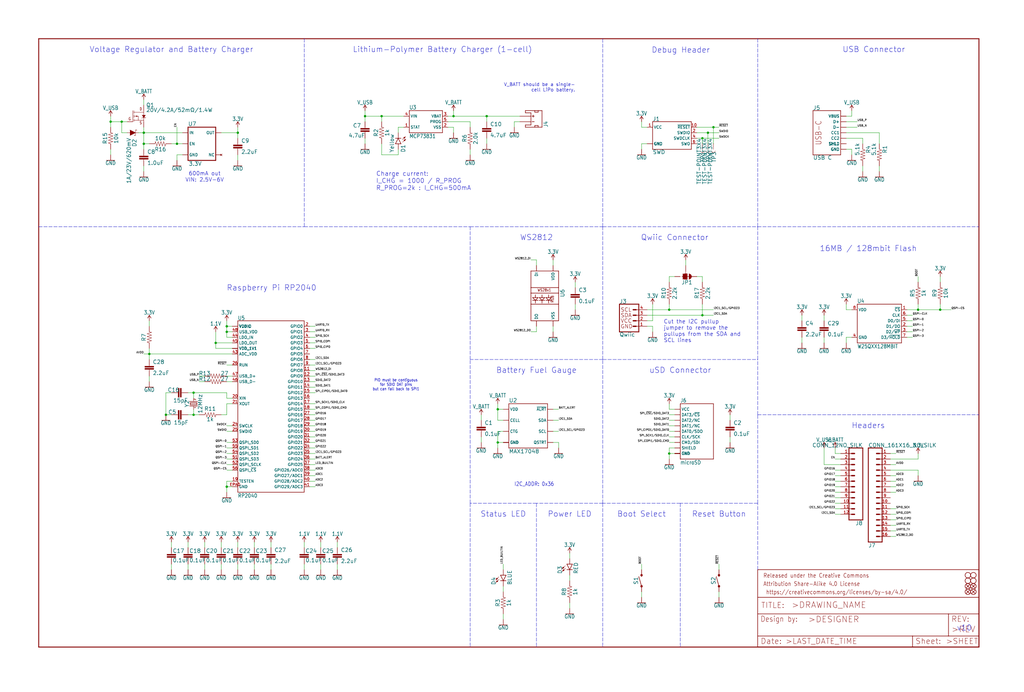
<source format=kicad_sch>
(kicad_sch (version 20211123) (generator eeschema)
  (paper "User" 470.306 317.906)
  (junction (at 421.64 142.24))
  (junction (at 175.26 53.34))
  (junction (at 167.64 53.34))
  (junction (at 104.14 152.4))
  (junction (at 55.88 55.88))
  (junction (at 322.58 144.78))
  (junction (at 228.6 203.2))
  (junction (at 307.34 142.24))
  (junction (at 109.22 60.96))
  (junction (at 66.04 66.04))
  (junction (at 66.04 60.96))
  (junction (at 50.8 55.88))
  (junction (at 76.2 190.5))
  (junction (at 327.66 58.42))
  (junction (at 431.8 142.24))
  (junction (at 223.52 53.34))
  (junction (at 81.28 66.04))
  (junction (at 88.9 190.5))
  (junction (at 88.9 180.34))
  (junction (at 307.34 208.28))
  (junction (at 104.14 149.86))
  (junction (at 68.58 162.56))
  (junction (at 104.14 223.52))
  (junction (at 228.6 187.96))
  (junction (at 208.28 53.34))
  (junction (at 99.06 157.48))
  (junction (at 325.12 60.96))
  (junction (at 322.58 63.5))
  (wire (pts (xy 297.18 147.32) (xy 299.72 147.32)))
  (wire (pts (xy 106.68 220.98) (xy 104.14 220.98)))
  (polyline (pts (xy 17.78 104.14) (xy 139.7 104.14)))
  (wire (pts (xy 106.68 157.48) (xy 99.06 157.48)))
  (wire (pts (xy 408.94 213.36) (xy 411.48 213.36)))
  (wire (pts (xy 431.8 139.7) (xy 431.8 142.24)))
  (wire (pts (xy 309.88 205.74) (xy 307.34 205.74)))
  (wire (pts (xy 408.94 238.76) (xy 411.48 238.76)))
  (wire (pts (xy 330.2 261.62) (xy 330.2 259.08)))
  (polyline (pts (xy 276.86 165.1) (xy 215.9 165.1)))
  (wire (pts (xy 50.8 71.12) (xy 50.8 68.58)))
  (wire (pts (xy 142.24 154.94) (xy 144.78 154.94)))
  (wire (pts (xy 421.64 129.54) (xy 421.64 127)))
  (wire (pts (xy 109.22 60.96) (xy 109.22 58.42)))
  (polyline (pts (xy 276.86 231.14) (xy 246.38 231.14)))
  (polyline (pts (xy 215.9 165.1) (xy 215.9 104.14)))
  (wire (pts (xy 205.74 58.42) (xy 208.28 58.42)))
  (wire (pts (xy 142.24 157.48) (xy 144.78 157.48)))
  (wire (pts (xy 142.24 208.28) (xy 144.78 208.28)))
  (wire (pts (xy 416.56 149.86) (xy 419.1 149.86)))
  (wire (pts (xy 142.24 170.18) (xy 144.78 170.18)))
  (wire (pts (xy 335.28 190.5) (xy 335.28 193.04)))
  (wire (pts (xy 325.12 60.96) (xy 330.2 60.96)))
  (wire (pts (xy 416.56 142.24) (xy 421.64 142.24)))
  (wire (pts (xy 307.34 139.7) (xy 307.34 142.24)))
  (wire (pts (xy 220.98 200.66) (xy 220.98 203.2)))
  (wire (pts (xy 78.74 190.5) (xy 76.2 190.5)))
  (wire (pts (xy 78.74 180.34) (xy 76.2 180.34)))
  (wire (pts (xy 327.66 58.42) (xy 330.2 58.42)))
  (polyline (pts (xy 139.7 104.14) (xy 215.9 104.14)))
  (wire (pts (xy 93.98 259.08) (xy 93.98 261.62)))
  (wire (pts (xy 261.62 256.54) (xy 261.62 254)))
  (wire (pts (xy 185.42 53.34) (xy 175.26 53.34)))
  (wire (pts (xy 408.94 236.22) (xy 411.48 236.22)))
  (wire (pts (xy 378.46 144.78) (xy 378.46 147.32)))
  (wire (pts (xy 68.58 162.56) (xy 68.58 165.1)))
  (wire (pts (xy 231.14 203.2) (xy 228.6 203.2)))
  (wire (pts (xy 388.62 154.94) (xy 388.62 157.48)))
  (wire (pts (xy 322.58 139.7) (xy 322.58 144.78)))
  (polyline (pts (xy 276.86 165.1) (xy 347.98 165.1)))
  (wire (pts (xy 421.64 142.24) (xy 431.8 142.24)))
  (wire (pts (xy 368.3 144.78) (xy 368.3 147.32)))
  (wire (pts (xy 416.56 152.4) (xy 419.1 152.4)))
  (wire (pts (xy 396.24 78.74) (xy 396.24 76.2)))
  (wire (pts (xy 408.94 226.06) (xy 411.48 226.06)))
  (wire (pts (xy 309.88 203.2) (xy 307.34 203.2)))
  (wire (pts (xy 378.46 205.74) (xy 378.46 213.36)))
  (polyline (pts (xy 347.98 17.78) (xy 347.98 104.14)))
  (wire (pts (xy 81.28 58.42) (xy 81.28 66.04)))
  (wire (pts (xy 386.08 218.44) (xy 383.54 218.44)))
  (wire (pts (xy 93.98 175.26) (xy 91.44 175.26)))
  (wire (pts (xy 330.2 271.78) (xy 330.2 274.32)))
  (wire (pts (xy 309.88 195.58) (xy 307.34 195.58)))
  (polyline (pts (xy 215.9 231.14) (xy 215.9 297.18)))
  (wire (pts (xy 378.46 213.36) (xy 386.08 213.36)))
  (wire (pts (xy 254 121.92) (xy 254 119.38)))
  (wire (pts (xy 68.58 66.04) (xy 66.04 66.04)))
  (wire (pts (xy 50.8 58.42) (xy 50.8 55.88)))
  (wire (pts (xy 142.24 167.64) (xy 144.78 167.64)))
  (wire (pts (xy 386.08 233.68) (xy 383.54 233.68)))
  (wire (pts (xy 106.68 149.86) (xy 104.14 149.86)))
  (wire (pts (xy 142.24 200.66) (xy 144.78 200.66)))
  (wire (pts (xy 391.16 68.58) (xy 391.16 71.12)))
  (wire (pts (xy 68.58 175.26) (xy 68.58 172.72)))
  (wire (pts (xy 299.72 149.86) (xy 299.72 152.4)))
  (wire (pts (xy 231.14 198.12) (xy 228.6 198.12)))
  (wire (pts (xy 93.98 248.92) (xy 93.98 251.46)))
  (wire (pts (xy 408.94 208.28) (xy 411.48 208.28)))
  (polyline (pts (xy 276.86 231.14) (xy 276.86 165.1)))
  (polyline (pts (xy 276.86 231.14) (xy 276.86 297.18)))
  (wire (pts (xy 142.24 215.9) (xy 144.78 215.9)))
  (wire (pts (xy 147.32 259.08) (xy 147.32 261.62)))
  (wire (pts (xy 208.28 58.42) (xy 208.28 60.96)))
  (wire (pts (xy 322.58 66.04) (xy 322.58 63.5)))
  (wire (pts (xy 228.6 193.04) (xy 228.6 187.96)))
  (wire (pts (xy 408.94 210.82) (xy 421.64 210.82)))
  (wire (pts (xy 142.24 223.52) (xy 144.78 223.52)))
  (wire (pts (xy 261.62 276.86) (xy 261.62 279.4)))
  (wire (pts (xy 139.7 259.08) (xy 139.7 261.62)))
  (wire (pts (xy 231.14 261.62) (xy 231.14 259.08)))
  (wire (pts (xy 93.98 172.72) (xy 91.44 172.72)))
  (wire (pts (xy 408.94 243.84) (xy 411.48 243.84)))
  (wire (pts (xy 142.24 187.96) (xy 144.78 187.96)))
  (wire (pts (xy 391.16 142.24) (xy 388.62 142.24)))
  (wire (pts (xy 264.16 129.54) (xy 264.16 132.08)))
  (wire (pts (xy 388.62 53.34) (xy 391.16 53.34)))
  (wire (pts (xy 142.24 160.02) (xy 144.78 160.02)))
  (wire (pts (xy 55.88 55.88) (xy 50.8 55.88)))
  (wire (pts (xy 106.68 210.82) (xy 104.14 210.82)))
  (wire (pts (xy 88.9 182.88) (xy 88.9 180.34)))
  (wire (pts (xy 175.26 53.34) (xy 167.64 53.34)))
  (wire (pts (xy 142.24 193.04) (xy 144.78 193.04)))
  (wire (pts (xy 106.68 154.94) (xy 104.14 154.94)))
  (wire (pts (xy 297.18 149.86) (xy 299.72 149.86)))
  (wire (pts (xy 246.38 119.38) (xy 243.84 119.38)))
  (wire (pts (xy 142.24 185.42) (xy 144.78 185.42)))
  (wire (pts (xy 83.82 71.12) (xy 81.28 71.12)))
  (wire (pts (xy 393.7 55.88) (xy 388.62 55.88)))
  (wire (pts (xy 307.34 205.74) (xy 307.34 208.28)))
  (wire (pts (xy 66.04 58.42) (xy 66.04 60.96)))
  (wire (pts (xy 421.64 215.9) (xy 421.64 218.44)))
  (wire (pts (xy 106.68 223.52) (xy 104.14 223.52)))
  (wire (pts (xy 106.68 198.12) (xy 104.14 198.12)))
  (wire (pts (xy 68.58 162.56) (xy 66.04 162.56)))
  (wire (pts (xy 106.68 205.74) (xy 104.14 205.74)))
  (wire (pts (xy 104.14 149.86) (xy 104.14 152.4)))
  (wire (pts (xy 106.68 208.28) (xy 104.14 208.28)))
  (wire (pts (xy 99.06 157.48) (xy 99.06 152.4)))
  (wire (pts (xy 408.94 233.68) (xy 411.48 233.68)))
  (polyline (pts (xy 347.98 231.14) (xy 347.98 190.5)))
  (wire (pts (xy 104.14 182.88) (xy 104.14 180.34)))
  (wire (pts (xy 309.88 198.12) (xy 307.34 198.12)))
  (polyline (pts (xy 276.86 104.14) (xy 347.98 104.14)))
  (wire (pts (xy 182.88 68.58) (xy 182.88 71.12)))
  (wire (pts (xy 142.24 213.36) (xy 144.78 213.36)))
  (wire (pts (xy 83.82 60.96) (xy 66.04 60.96)))
  (polyline (pts (xy 347.98 165.1) (xy 347.98 104.14)))
  (wire (pts (xy 309.88 190.5) (xy 307.34 190.5)))
  (wire (pts (xy 106.68 172.72) (xy 104.14 172.72)))
  (wire (pts (xy 320.04 63.5) (xy 322.58 63.5)))
  (polyline (pts (xy 215.9 231.14) (xy 215.9 165.1)))
  (wire (pts (xy 66.04 76.2) (xy 66.04 78.74)))
  (wire (pts (xy 297.18 144.78) (xy 322.58 144.78)))
  (wire (pts (xy 68.58 147.32) (xy 68.58 149.86)))
  (wire (pts (xy 223.52 53.34) (xy 208.28 53.34)))
  (wire (pts (xy 104.14 185.42) (xy 104.14 190.5)))
  (polyline (pts (xy 347.98 261.62) (xy 347.98 231.14)))
  (wire (pts (xy 246.38 121.92) (xy 246.38 119.38)))
  (wire (pts (xy 106.68 185.42) (xy 104.14 185.42)))
  (wire (pts (xy 215.9 68.58) (xy 215.9 71.12)))
  (wire (pts (xy 297.18 66.04) (xy 294.64 66.04)))
  (polyline (pts (xy 312.42 231.14) (xy 276.86 231.14)))
  (polyline (pts (xy 312.42 231.14) (xy 312.42 297.18)))
  (wire (pts (xy 142.24 177.8) (xy 144.78 177.8)))
  (wire (pts (xy 205.74 55.88) (xy 215.9 55.88)))
  (wire (pts (xy 238.76 55.88) (xy 236.22 55.88)))
  (wire (pts (xy 142.24 210.82) (xy 144.78 210.82)))
  (wire (pts (xy 299.72 147.32) (xy 299.72 139.7)))
  (wire (pts (xy 104.14 154.94) (xy 104.14 152.4)))
  (wire (pts (xy 309.88 208.28) (xy 307.34 208.28)))
  (polyline (pts (xy 276.86 104.14) (xy 276.86 17.78)))
  (wire (pts (xy 320.04 60.96) (xy 325.12 60.96)))
  (wire (pts (xy 383.54 208.28) (xy 383.54 205.74)))
  (wire (pts (xy 368.3 157.48) (xy 368.3 154.94)))
  (wire (pts (xy 142.24 172.72) (xy 144.78 172.72)))
  (wire (pts (xy 106.68 215.9) (xy 104.14 215.9)))
  (wire (pts (xy 116.84 248.92) (xy 116.84 251.46)))
  (wire (pts (xy 88.9 187.96) (xy 88.9 190.5)))
  (wire (pts (xy 83.82 66.04) (xy 81.28 66.04)))
  (wire (pts (xy 322.58 144.78) (xy 327.66 144.78)))
  (wire (pts (xy 116.84 259.08) (xy 116.84 261.62)))
  (wire (pts (xy 231.14 269.24) (xy 231.14 271.78)))
  (wire (pts (xy 220.98 190.5) (xy 220.98 193.04)))
  (wire (pts (xy 294.64 58.42) (xy 294.64 55.88)))
  (wire (pts (xy 264.16 139.7) (xy 264.16 142.24)))
  (wire (pts (xy 386.08 223.52) (xy 383.54 223.52)))
  (wire (pts (xy 307.34 129.54) (xy 307.34 127)))
  (wire (pts (xy 68.58 162.56) (xy 68.58 160.02)))
  (wire (pts (xy 408.94 223.52) (xy 411.48 223.52)))
  (wire (pts (xy 408.94 218.44) (xy 411.48 218.44)))
  (wire (pts (xy 142.24 152.4) (xy 144.78 152.4)))
  (wire (pts (xy 254 198.12) (xy 256.54 198.12)))
  (wire (pts (xy 386.08 231.14) (xy 383.54 231.14)))
  (wire (pts (xy 322.58 127) (xy 322.58 129.54)))
  (wire (pts (xy 86.36 259.08) (xy 86.36 261.62)))
  (wire (pts (xy 307.34 127) (xy 309.88 127)))
  (wire (pts (xy 139.7 248.92) (xy 139.7 251.46)))
  (wire (pts (xy 416.56 144.78) (xy 419.1 144.78)))
  (wire (pts (xy 101.6 248.92) (xy 101.6 251.46)))
  (wire (pts (xy 124.46 261.62) (xy 124.46 259.08)))
  (wire (pts (xy 325.12 66.04) (xy 325.12 60.96)))
  (wire (pts (xy 109.22 73.66) (xy 109.22 71.12)))
  (wire (pts (xy 309.88 200.66) (xy 307.34 200.66)))
  (wire (pts (xy 327.66 66.04) (xy 327.66 58.42)))
  (wire (pts (xy 142.24 203.2) (xy 144.78 203.2)))
  (wire (pts (xy 386.08 228.6) (xy 383.54 228.6)))
  (wire (pts (xy 167.64 53.34) (xy 167.64 50.8)))
  (polyline (pts (xy 246.38 231.14) (xy 246.38 297.18)))
  (wire (pts (xy 403.86 60.96) (xy 403.86 66.04)))
  (wire (pts (xy 106.68 162.56) (xy 68.58 162.56)))
  (wire (pts (xy 66.04 45.72) (xy 66.04 48.26)))
  (wire (pts (xy 309.88 187.96) (xy 307.34 187.96)))
  (wire (pts (xy 396.24 63.5) (xy 396.24 66.04)))
  (wire (pts (xy 167.64 53.34) (xy 167.64 55.88)))
  (wire (pts (xy 254 149.86) (xy 254 152.4)))
  (wire (pts (xy 408.94 215.9) (xy 421.64 215.9)))
  (wire (pts (xy 261.62 264.16) (xy 261.62 266.7)))
  (wire (pts (xy 386.08 215.9) (xy 383.54 215.9)))
  (wire (pts (xy 142.24 220.98) (xy 144.78 220.98)))
  (wire (pts (xy 246.38 152.4) (xy 243.84 152.4)))
  (wire (pts (xy 256.54 203.2) (xy 256.54 205.74)))
  (wire (pts (xy 254 187.96) (xy 256.54 187.96)))
  (wire (pts (xy 393.7 58.42) (xy 388.62 58.42)))
  (polyline (pts (xy 347.98 190.5) (xy 347.98 165.1)))
  (wire (pts (xy 109.22 259.08) (xy 109.22 261.62)))
  (wire (pts (xy 99.06 160.02) (xy 99.06 157.48)))
  (wire (pts (xy 388.62 60.96) (xy 403.86 60.96)))
  (wire (pts (xy 55.88 60.96) (xy 58.42 60.96)))
  (wire (pts (xy 386.08 236.22) (xy 383.54 236.22)))
  (wire (pts (xy 154.94 248.92) (xy 154.94 251.46)))
  (wire (pts (xy 388.62 142.24) (xy 388.62 139.7)))
  (wire (pts (xy 246.38 149.86) (xy 246.38 152.4)))
  (wire (pts (xy 391.16 154.94) (xy 388.62 154.94)))
  (wire (pts (xy 320.04 58.42) (xy 327.66 58.42)))
  (wire (pts (xy 142.24 198.12) (xy 144.78 198.12)))
  (wire (pts (xy 297.18 58.42) (xy 294.64 58.42)))
  (wire (pts (xy 109.22 60.96) (xy 109.22 63.5)))
  (polyline (pts (xy 139.7 17.78) (xy 139.7 104.14)))
  (wire (pts (xy 322.58 63.5) (xy 330.2 63.5)))
  (polyline (pts (xy 347.98 190.5) (xy 449.58 190.5)))
  (wire (pts (xy 236.22 55.88) (xy 236.22 58.42)))
  (wire (pts (xy 88.9 180.34) (xy 86.36 180.34)))
  (wire (pts (xy 309.88 193.04) (xy 307.34 193.04)))
  (wire (pts (xy 307.34 208.28) (xy 307.34 210.82)))
  (wire (pts (xy 142.24 190.5) (xy 144.78 190.5)))
  (wire (pts (xy 106.68 213.36) (xy 104.14 213.36)))
  (wire (pts (xy 208.28 53.34) (xy 205.74 53.34)))
  (wire (pts (xy 147.32 248.92) (xy 147.32 251.46)))
  (wire (pts (xy 231.14 193.04) (xy 228.6 193.04)))
  (wire (pts (xy 106.68 167.64) (xy 104.14 167.64)))
  (wire (pts (xy 228.6 203.2) (xy 228.6 205.74)))
  (wire (pts (xy 104.14 190.5) (xy 101.6 190.5)))
  (wire (pts (xy 408.94 220.98) (xy 411.48 220.98)))
  (wire (pts (xy 91.44 190.5) (xy 88.9 190.5)))
  (wire (pts (xy 231.14 187.96) (xy 228.6 187.96)))
  (wire (pts (xy 175.26 55.88) (xy 175.26 53.34)))
  (wire (pts (xy 320.04 127) (xy 322.58 127)))
  (wire (pts (xy 431.8 129.54) (xy 431.8 127)))
  (wire (pts (xy 101.6 60.96) (xy 109.22 60.96)))
  (wire (pts (xy 223.52 55.88) (xy 223.52 53.34)))
  (wire (pts (xy 63.5 60.96) (xy 66.04 60.96)))
  (wire (pts (xy 421.64 210.82) (xy 421.64 208.28)))
  (wire (pts (xy 388.62 63.5) (xy 396.24 63.5)))
  (wire (pts (xy 294.64 261.62) (xy 294.64 259.08)))
  (wire (pts (xy 142.24 149.86) (xy 144.78 149.86)))
  (wire (pts (xy 124.46 248.92) (xy 124.46 251.46)))
  (wire (pts (xy 215.9 58.42) (xy 215.9 55.88)))
  (wire (pts (xy 88.9 190.5) (xy 86.36 190.5)))
  (wire (pts (xy 104.14 220.98) (xy 104.14 223.52)))
  (wire (pts (xy 408.94 246.38) (xy 411.48 246.38)))
  (wire (pts (xy 254 193.04) (xy 256.54 193.04)))
  (wire (pts (xy 101.6 259.08) (xy 101.6 261.62)))
  (wire (pts (xy 81.28 71.12) (xy 81.28 73.66)))
  (wire (pts (xy 142.24 195.58) (xy 144.78 195.58)))
  (wire (pts (xy 386.08 210.82) (xy 383.54 210.82)))
  (wire (pts (xy 378.46 157.48) (xy 378.46 154.94)))
  (wire (pts (xy 55.88 55.88) (xy 55.88 60.96)))
  (wire (pts (xy 58.42 55.88) (xy 55.88 55.88)))
  (wire (pts (xy 208.28 50.8) (xy 208.28 53.34)))
  (wire (pts (xy 104.14 223.52) (xy 104.14 226.06)))
  (wire (pts (xy 421.64 139.7) (xy 421.64 142.24)))
  (wire (pts (xy 431.8 142.24) (xy 436.88 142.24)))
  (wire (pts (xy 66.04 66.04) (xy 66.04 60.96)))
  (wire (pts (xy 104.14 175.26) (xy 106.68 175.26)))
  (wire (pts (xy 307.34 142.24) (xy 327.66 142.24)))
  (wire (pts (xy 104.14 149.86) (xy 104.14 147.32)))
  (wire (pts (xy 142.24 165.1) (xy 144.78 165.1)))
  (polyline (pts (xy 347.98 231.14) (xy 312.42 231.14)))
  (wire (pts (xy 104.14 180.34) (xy 88.9 180.34)))
  (wire (pts (xy 228.6 187.96) (xy 228.6 185.42)))
  (wire (pts (xy 154.94 261.62) (xy 154.94 259.08)))
  (wire (pts (xy 403.86 78.74) (xy 403.86 76.2)))
  (wire (pts (xy 167.64 66.04) (xy 167.64 63.5)))
  (wire (pts (xy 416.56 147.32) (xy 419.1 147.32)))
  (wire (pts (xy 294.64 271.78) (xy 294.64 274.32)))
  (wire (pts (xy 66.04 66.04) (xy 66.04 68.58)))
  (wire (pts (xy 391.16 53.34) (xy 391.16 50.8)))
  (wire (pts (xy 307.34 187.96) (xy 307.34 185.42)))
  (wire (pts (xy 106.68 203.2) (xy 104.14 203.2)))
  (wire (pts (xy 142.24 180.34) (xy 144.78 180.34)))
  (polyline (pts (xy 347.98 104.14) (xy 449.58 104.14)))
  (wire (pts (xy 335.28 200.66) (xy 335.28 203.2)))
  (wire (pts (xy 175.26 71.12) (xy 175.26 66.04)))
  (wire (pts (xy 142.24 205.74) (xy 144.78 205.74)))
  (wire (pts (xy 142.24 218.44) (xy 144.78 218.44)))
  (wire (pts (xy 106.68 182.88) (xy 104.14 182.88)))
  (wire (pts (xy 109.22 248.92) (xy 109.22 251.46)))
  (wire (pts (xy 81.28 66.04) (xy 78.74 66.04)))
  (wire (pts (xy 142.24 175.26) (xy 144.78 175.26)))
  (wire (pts (xy 391.16 68.58) (xy 388.62 68.58)))
  (wire (pts (xy 386.08 208.28) (xy 383.54 208.28)))
  (wire (pts (xy 86.36 248.92) (xy 86.36 251.46)))
  (wire (pts (xy 106.68 160.02) (xy 99.06 160.02)))
  (wire (pts (xy 386.08 226.06) (xy 383.54 226.06)))
  (wire (pts (xy 78.74 248.92) (xy 78.74 251.46)))
  (polyline (pts (xy 276.86 165.1) (xy 276.86 104.14)))
  (wire (pts (xy 228.6 198.12) (xy 228.6 203.2)))
  (wire (pts (xy 254 203.2) (xy 256.54 203.2)))
  (wire (pts (xy 416.56 154.94) (xy 419.1 154.94)))
  (wire (pts (xy 182.88 58.42) (xy 182.88 60.96)))
  (wire (pts (xy 50.8 53.34) (xy 50.8 55.88)))
  (wire (pts (xy 386.08 220.98) (xy 383.54 220.98)))
  (polyline (pts (xy 246.38 231.14) (xy 215.9 231.14)))
  (wire (pts (xy 76.2 180.34) (xy 76.2 190.5)))
  (wire (pts (xy 223.52 53.34) (xy 238.76 53.34)))
  (wire (pts (xy 106.68 152.4) (xy 104.14 152.4)))
  (wire (pts (xy 294.64 66.04) (xy 294.64 68.58)))
  (wire (pts (xy 297.18 142.24) (xy 307.34 142.24)))
  (wire (pts (xy 182.88 71.12) (xy 175.26 71.12)))
  (wire (pts (xy 314.96 121.92) (xy 314.96 119.38)))
  (wire (pts (xy 231.14 281.94) (xy 231.14 284.48)))
  (wire (pts (xy 78.74 259.08) (xy 78.74 261.62)))
  (wire (pts (xy 408.94 241.3) (xy 411.48 241.3)))
  (wire (pts (xy 182.88 58.42) (xy 185.42 58.42)))
  (polyline (pts (xy 215.9 104.14) (xy 276.86 104.14)))
  (wire (pts (xy 223.52 66.04) (xy 223.52 63.5)))
  (wire (pts (xy 106.68 195.58) (xy 104.14 195.58)))
  (text "I2C_ADDR: 0x36" (at 236.22 223.52 180) (effects (font (size 1.778 1.5113)) (justify left bottom)))
  (text "USB Connector" (at 401.32 22.86 180) (effects (font (size 2.54 2.54))))
  (text "16MB / 128mbit Flash" (at 398.78 114.3 180) (effects (font (size 2.54 2.54))))
  (text "Cut the I2C pullup\njumper to remove the\npullups from the SDA and\nSCL lines" (at 304.8 157.48 0) (effects (font (size 1.778 1.778)) (justify left bottom)))
  (text "uSD Connector" (at 312.42 170.18 180) (effects (font (size 2.54 2.54))))
  (text "Raspberry Pi RP2040" (at 124.714 132.334 180) (effects (font (size 2.54 2.54))))
  (text "Status LED" (at 231.14 236.22 180) (effects (font (size 2.54 2.54))))
  (text "V_BATT should be a single-\ncell LiPo battery." (at 264.16 38.1 180) (effects (font (size 1.524 1.524)) (justify right top)))
  (text "Charge current:\nI_CHG = 1000 / R_PROG\nR_PROG=2k : I_CHG=500mA" (at 172.72 78.74 0) (effects (font (size 2.032 2.032)) (justify left top)))
  (text "WS2812" (at 246.38 109.22 180) (effects (font (size 2.54 2.54))))
  (text "Reset Button" (at 330.2 236.22 180) (effects (font (size 2.54 2.54))))
  (text "Qwiic Connector" (at 309.88 109.22 180) (effects (font (size 2.54 2.54))))
  (text "Voltage Regulator and Battery Charger" (at 78.74 22.86 180) (effects (font (size 2.54 2.54))))
  (text "600mA out\nVIN: 2.5V-6V" (at 93.98 81.28 180) (effects (font (size 1.778 1.778))))
  (text "Power LED" (at 261.62 236.22 180) (effects (font (size 2.54 2.54))))
  (text "Battery Fuel Gauge" (at 246.38 170.18 180) (effects (font (size 2.54 2.54))))
  (text "Debug Header" (at 312.674 23.114 180) (effects (font (size 2.54 2.54))))
  (text "Headers" (at 398.78 195.58 180) (effects (font (size 2.54 2.54))))
  (text "PIO must be contiguous\nfor SDIO DAT pins\nbut can fall back to SPI1" (at 181.864 176.784 0) (effects (font (size 1.27 1.0795))))
  (text "Lithium-Polymer Battery Charger (1-cell)" (at 203.2 22.86 180) (effects (font (size 2.54 2.54))))
  (text "v10" (at 439.42 287.02 180) (effects (font (size 2.54 2.54)) (justify left top)))
  (text "Boot Select" (at 294.64 236.22 180) (effects (font (size 2.54 2.54))))
  (label "ADC0" (at 411.48 218.44 0) (effects (font (size 0.889 0.889))))
  (label "WS2812_DO" (at 411.48 246.38 0) (effects (font (size 0.889 0.889))))
  (label "UART0_RX" (at 144.78 152.4 0) (effects (font (size 0.889 0.889))))
  (label "GPIO21" (at 144.78 203.2 0) (effects (font (size 0.889 0.889))))
  (label "I2C1_SCL/GPIO23" (at 256.54 198.12 0) (effects (font (size 0.889 0.889))))
  (label "SPI0_COPI" (at 144.78 157.48 0) (effects (font (size 0.889 0.889))))
  (label "I2C1_SDA" (at 327.66 144.78 0) (effects (font (size 0.889 0.889))))
  (label "ADC2" (at 144.78 220.98 0) (effects (font (size 0.889 0.889))))
  (label "EN" (at 383.54 210.82 180) (effects (font (size 0.889 0.889))))
  (label "QSPI-2" (at 419.1 152.4 0) (effects (font (size 0.889 0.889))))
  (label "SPI0_SCK" (at 144.78 154.94 0) (effects (font (size 0.889 0.889))))
  (label "EN" (at 81.28 58.42 90) (effects (font (size 0.889 0.889))))
  (label "SPI0_CIPO" (at 144.78 160.02 0) (effects (font (size 0.889 0.889))))
  (label "QSPI-CS" (at 104.14 215.9 180) (effects (font (size 0.889 0.889))))
  (label "SPI_CIPO1/SDIO_DAT0" (at 307.34 198.12 180) (effects (font (size 0.889 0.889))))
  (label "QSPI-1" (at 104.14 205.74 180) (effects (font (size 0.889 0.889))))
  (label "USB_N" (at 393.7 58.42 0) (effects (font (size 0.889 0.889))))
  (label "SWDIO" (at 330.2 60.96 0) (effects (font (size 0.889 0.889))))
  (label "QSPI-CS" (at 436.88 142.24 0) (effects (font (size 0.889 0.889))))
  (label "AVDD" (at 411.48 213.36 0) (effects (font (size 0.889 0.889))))
  (label "QSPI-2" (at 104.14 208.28 180) (effects (font (size 0.889 0.889))))
  (label "ADC1" (at 411.48 220.98 0) (effects (font (size 0.889 0.889))))
  (label "LED_BUILTIN" (at 231.14 259.08 90) (effects (font (size 0.889 0.889))))
  (label "SDIO_DAT2" (at 144.78 175.26 0) (effects (font (size 0.889 0.889))))
  (label "BOOT" (at 421.64 127 90) (effects (font (size 0.889 0.889))))
  (label "USB_P" (at 91.44 172.72 180) (effects (font (size 0.889 0.889))))
  (label "UART0_TX" (at 411.48 243.84 0) (effects (font (size 0.889 0.889))))
  (label "GPIO22" (at 383.54 231.14 180) (effects (font (size 0.889 0.889))))
  (label "~{RESET}" (at 104.14 167.64 180) (effects (font (size 0.889 0.889))))
  (label "WS2812_DO" (at 243.84 152.4 180) (effects (font (size 0.889 0.889))))
  (label "QSPI-CLK" (at 104.14 213.36 180) (effects (font (size 0.889 0.889))))
  (label "SPI0_CIPO" (at 411.48 238.76 0) (effects (font (size 0.889 0.889))))
  (label "~{RESET}" (at 330.2 259.08 90) (effects (font (size 0.889 0.889))))
  (label "QSPI-1" (at 419.1 149.86 0) (effects (font (size 0.889 0.889))))
  (label "SDIO_DAT1" (at 307.34 195.58 180) (effects (font (size 0.889 0.889))))
  (label "USB_P" (at 393.7 55.88 0) (effects (font (size 0.889 0.889))))
  (label "BOOT" (at 294.64 259.08 90) (effects (font (size 0.889 0.889))))
  (label "ADC3" (at 144.78 223.52 0) (effects (font (size 0.889 0.889))))
  (label "I2C1_SCL/GPIO23" (at 327.66 142.24 0) (effects (font (size 0.889 0.889))))
  (label "GPIO21" (at 383.54 228.6 180) (effects (font (size 0.889 0.889))))
  (label "BATT_ALERT" (at 144.78 210.82 0) (effects (font (size 0.889 0.889))))
  (label "GPIO17" (at 144.78 193.04 0) (effects (font (size 0.889 0.889))))
  (label "SPI_COPI1/SDIO_CMD" (at 307.34 203.2 180) (effects (font (size 0.889 0.889))))
  (label "SWDIO" (at 104.14 198.12 180) (effects (font (size 0.889 0.889))))
  (label "I2C1_SCL/GPIO23" (at 144.78 208.28 0) (effects (font (size 0.889 0.889))))
  (label "GPIO16" (at 144.78 190.5 0) (effects (font (size 0.889 0.889))))
  (label "QSPI-CLK" (at 419.1 144.78 0) (effects (font (size 0.889 0.889))))
  (label "I2C1_SCL/GPIO23" (at 383.54 233.68 180) (effects (font (size 0.889 0.889))))
  (label "BATT_ALERT" (at 256.54 187.96 0) (effects (font (size 0.889 0.889))))
  (label "GPIO18" (at 144.78 195.58 0) (effects (font (size 0.889 0.889))))
  (label "QSPI-0" (at 419.1 147.32 0) (effects (font (size 0.889 0.889))))
  (label "I2C1_SCL/GPIO23" (at 144.78 167.64 0) (effects (font (size 0.889 0.889))))
  (label "ADC0" (at 144.78 215.9 0) (effects (font (size 0.889 0.889))))
  (label "GPIO19" (at 383.54 223.52 180) (effects (font (size 0.889 0.889))))
  (label "SPI_~{CS1}/SDIO_DAT3" (at 307.34 190.5 180) (effects (font (size 0.889 0.889))))
  (label "SPI0_COPI" (at 411.48 236.22 0) (effects (font (size 0.889 0.889))))
  (label "GPIO18" (at 383.54 220.98 180) (effects (font (size 0.889 0.889))))
  (label "SWDCK" (at 104.14 195.58 180) (effects (font (size 0.889 0.889))))
  (label "WS2812_DI" (at 144.78 170.18 0) (effects (font (size 0.889 0.889))))
  (label "UART0_RX" (at 411.48 241.3 0) (effects (font (size 0.889 0.889))))
  (label "SPI_~{CS1}/SDIO_DAT3" (at 144.78 172.72 0) (effects (font (size 0.889 0.889))))
  (label "QSPI-3" (at 419.1 154.94 0) (effects (font (size 0.889 0.889))))
  (label "I2C1_SDA" (at 144.78 165.1 0) (effects (font (size 0.889 0.889))))
  (label "GPIO22" (at 144.78 205.74 0) (effects (font (size 0.889 0.889))))
  (label "LED_BUILTIN" (at 144.78 213.36 0) (effects (font (size 0.889 0.889))))
  (label "ADC2" (at 411.48 223.52 0) (effects (font (size 0.889 0.889))))
  (label "ADC1" (at 144.78 218.44 0) (effects (font (size 0.889 0.889))))
  (label "I2C1_SDA" (at 256.54 193.04 0) (effects (font (size 0.889 0.889))))
  (label "ADC3" (at 411.48 226.06 0) (effects (font (size 0.889 0.889))))
  (label "UART0_TX" (at 144.78 149.86 0) (effects (font (size 0.889 0.889))))
  (label "QSPI-3" (at 104.14 210.82 180) (effects (font (size 0.889 0.889))))
  (label "SPI_COPI1/SDIO_CMD" (at 144.78 187.96 0) (effects (font (size 0.889 0.889))))
  (label "GPIO19" (at 144.78 198.12 0) (effects (font (size 0.889 0.889))))
  (label "GPIO20" (at 144.78 200.66 0) (effects (font (size 0.889 0.889))))
  (label "SDIO_DAT1" (at 144.78 177.8 0) (effects (font (size 0.889 0.889))))
  (label "GPIO20" (at 383.54 226.06 180) (effects (font (size 0.889 0.889))))
  (label "I2C1_SDA" (at 383.54 236.22 180) (effects (font (size 0.889 0.889))))
  (label "SPI_SCK1/SDIO_CLK" (at 307.34 200.66 180) (effects (font (size 0.889 0.889))))
  (label "SWDCK" (at 330.2 63.5 0) (effects (font (size 0.889 0.889))))
  (label "USB_N" (at 91.44 175.26 180) (effects (font (size 0.889 0.889))))
  (label "SDIO_DAT2" (at 307.34 193.04 180) (effects (font (size 0.889 0.889))))
  (label "SPI_SCK1/SDIO_CLK" (at 144.78 185.42 0) (effects (font (size 0.889 0.889))))
  (label "QSPI-0" (at 104.14 203.2 180) (effects (font (size 0.889 0.889))))
  (label "~{RESET}" (at 411.48 208.28 0) (effects (font (size 0.889 0.889))))
  (label "GPIO16" (at 383.54 215.9 180) (effects (font (size 0.889 0.889))))
  (label "~{RESET}" (at 330.2 58.42 0) (effects (font (size 0.889 0.889))))
  (label "WS2812_DI" (at 243.84 119.38 180) (effects (font (size 0.889 0.889))))
  (label "AVDD" (at 66.04 162.56 180) (effects (font (size 0.889 0.889))))
  (label "SPI_CIPO1/SDIO_DAT0" (at 144.78 180.34 0) (effects (font (size 0.889 0.889))))
  (label "SPI0_SCK" (at 411.48 233.68 0) (effects (font (size 0.889 0.889))))
  (label "GPIO17" (at 383.54 218.44 180) (effects (font (size 0.889 0.889))))
  (symbol (lib_id "eagleSchem-eagle-import:0.1UF-0402T-6.3V-10%-X7R") (at 101.6 256.54 0) (unit 1)
    (property "Reference" "C21" (at 102.108 254 0) (effects (font (size 1.778 1.778)) (justify left bottom)))
    (property "Value" "0.1uF" (at 102.108 258.318 0) (effects (font (size 1.778 1.778)) (justify left bottom)))
    (property "Footprint" "eagleSchem:0402-TIGHT" (effects hide))
  )
  (symbol (lib_id "eagleSchem-eagle-import:1KOHM-0402T-1{slash}16W-1%") (at 175.26 60.96 90) (unit 1)
    (property "Reference" "R2" (at 173.736 60.96 0) (effects (font (size 1.778 1.778)) (justify bottom)))
    (property "Value" "1k" (at 176.784 60.96 0) (effects (font (size 1.778 1.778)) (justify top)))
    (property "Footprint" "eagleSchem:0402-TIGHT" (effects hide))
  )
  (symbol (lib_id "eagleSchem-eagle-import:GND") (at 391.16 73.66 0) (unit 1)
    (property "Reference" "#GND8" (effects hide))
    (property "Value" "GND" (at 391.16 73.914 0) (effects (font (size 1.778 1.5113)) (justify top)))
    (property "Footprint" "eagleSchem:" (effects hide))
  )
  (symbol (lib_id "eagleSchem-eagle-import:5.1KOHM-0402T-1{slash}16W-1%") (at 396.24 71.12 270) (unit 1)
    (property "Reference" "R4" (at 397.764 68.58 0) (effects (font (size 1.778 1.778)) (justify bottom)))
    (property "Value" "5.1k" (at 394.716 68.58 0) (effects (font (size 1.778 1.778)) (justify top)))
    (property "Footprint" "eagleSchem:0402-TIGHT" (effects hide))
  )
  (symbol (lib_id "eagleSchem-eagle-import:QWIIC_CONNECTORJS-1MM") (at 289.56 147.32 0) (unit 1)
    (property "Reference" "J3" (at 284.48 139.446 0) (effects (font (size 1.778 1.778)) (justify left bottom)))
    (property "Value" "Qwiic" (at 284.48 152.654 0) (effects (font (size 1.778 1.778)) (justify left top)))
    (property "Footprint" "eagleSchem:JST04_1MM_RA" (effects hide))
  )
  (symbol (lib_id "eagleSchem-eagle-import:MOMENTARY-SWITCH-SPST-SMD-5.2MM-TALL") (at 294.64 266.7 90) (unit 1)
    (property "Reference" "S1" (at 293.116 266.7 0) (effects (font (size 1.778 1.778)) (justify bottom)))
    (property "Value" "MOMENTARY-SWITCH-SPST-SMD-5.2MM-TALL" (effects hide))
    (property "Footprint" "eagleSchem:TACTILE_SWITCH_SMD_5.2MM" (effects hide))
  )
  (symbol (lib_id "eagleSchem-eagle-import:3.3V") (at 86.36 248.92 0) (unit 1)
    (property "Reference" "#SUPPLY19" (effects hide))
    (property "Value" "3.3V" (at 86.36 246.126 0) (effects (font (size 1.778 1.5113)) (justify bottom)))
    (property "Footprint" "eagleSchem:" (effects hide))
  )
  (symbol (lib_id "eagleSchem-eagle-import:V_BATT") (at 220.98 190.5 0) (unit 1)
    (property "Reference" "#SUPPLY12" (effects hide))
    (property "Value" "V_BATT" (at 220.98 187.706 0) (effects (font (size 1.778 1.5113)) (justify bottom)))
    (property "Footprint" "eagleSchem:" (effects hide))
  )
  (symbol (lib_id "eagleSchem-eagle-import:RP2040") (at 124.46 185.42 0) (unit 1)
    (property "Reference" "U5" (at 109.22 147.066 0) (effects (font (size 1.778 1.5113)) (justify left bottom)))
    (property "Value" "RP2040" (at 109.22 228.6 0) (effects (font (size 1.778 1.5113)) (justify left bottom)))
    (property "Footprint" "eagleSchem:QFN-56" (effects hide))
  )
  (symbol (lib_id "eagleSchem-eagle-import:GND") (at 68.58 177.8 0) (unit 1)
    (property "Reference" "#GND30" (effects hide))
    (property "Value" "GND" (at 68.58 178.054 0) (effects (font (size 1.778 1.5113)) (justify top)))
    (property "Footprint" "eagleSchem:" (effects hide))
  )
  (symbol (lib_id "eagleSchem-eagle-import:V_USB") (at 378.46 205.74 0) (unit 1)
    (property "Reference" "#SUPPLY14" (effects hide))
    (property "Value" "V_USB" (at 378.46 202.946 0) (effects (font (size 1.778 1.5113)) (justify bottom)))
    (property "Footprint" "eagleSchem:" (effects hide))
  )
  (symbol (lib_id "eagleSchem-eagle-import:0.1UF-0402T-6.3V-10%-X7R") (at 220.98 198.12 0) (unit 1)
    (property "Reference" "C1" (at 222.504 195.199 0) (effects (font (size 1.778 1.778)) (justify left bottom)))
    (property "Value" "0.1uF" (at 222.504 200.279 0) (effects (font (size 1.778 1.778)) (justify left bottom)))
    (property "Footprint" "eagleSchem:0402-TIGHT" (effects hide))
  )
  (symbol (lib_id "eagleSchem-eagle-import:MICRO-SD-SDIOPUSH-PUSH") (at 317.5 198.12 0) (unit 1)
    (property "Reference" "J6" (at 312.42 184.912 0) (effects (font (size 1.778 1.5113)) (justify left bottom)))
    (property "Value" "microSD" (at 312.42 213.36 0) (effects (font (size 1.778 1.5113)) (justify left bottom)))
    (property "Footprint" "eagleSchem:MICRO-SD-SOCKET" (effects hide))
  )
  (symbol (lib_id "eagleSchem-eagle-import:GND") (at 299.72 154.94 0) (unit 1)
    (property "Reference" "#GND38" (effects hide))
    (property "Value" "GND" (at 299.72 155.194 0) (effects (font (size 1.778 1.5113)) (justify top)))
    (property "Footprint" "eagleSchem:" (effects hide))
  )
  (symbol (lib_id "eagleSchem-eagle-import:CORTEX_JTAG_DEBUG_MINIMUM_PTH") (at 309.88 63.5 0) (unit 1)
    (property "Reference" "J1" (at 299.72 55.626 0) (effects (font (size 1.778 1.778)) (justify left bottom)))
    (property "Value" "SWD" (at 299.72 70.866 0) (effects (font (size 1.778 1.778)) (justify left bottom)))
    (property "Footprint" "eagleSchem:2X5-PTH-1.27MM" (effects hide))
  )
  (symbol (lib_id "eagleSchem-eagle-import:3.3V") (at 335.28 190.5 0) (unit 1)
    (property "Reference" "#SUPPLY3" (effects hide))
    (property "Value" "3.3V" (at 335.28 187.706 0) (effects (font (size 1.778 1.5113)) (justify bottom)))
    (property "Footprint" "eagleSchem:" (effects hide))
  )
  (symbol (lib_id "eagleSchem-eagle-import:2.2UF-0402_TIGHT-10V-10%-X5R") (at 368.3 152.4 0) (unit 1)
    (property "Reference" "C4" (at 369.824 149.479 0) (effects (font (size 1.778 1.778)) (justify left bottom)))
    (property "Value" "2.2uF" (at 369.824 154.559 0) (effects (font (size 1.778 1.778)) (justify left bottom)))
    (property "Footprint" "eagleSchem:0402-TIGHT" (effects hide))
  )
  (symbol (lib_id "eagleSchem-eagle-import:3.3V") (at 78.74 248.92 0) (unit 1)
    (property "Reference" "#SUPPLY18" (effects hide))
    (property "Value" "3.3V" (at 78.74 246.126 0) (effects (font (size 1.778 1.5113)) (justify bottom)))
    (property "Footprint" "eagleSchem:" (effects hide))
  )
  (symbol (lib_id "eagleSchem-eagle-import:TEST-POINT3X4") (at 322.58 66.04 270) (unit 1)
    (property "Reference" "TP1" (at 321.818 69.596 0) (effects (font (size 1.778 1.778)) (justify left bottom)))
    (property "Value" "TEST-POINT3X4" (at 320.04 63.5 0) (effects (font (size 1.778 1.778)) (justify left bottom)))
    (property "Footprint" "eagleSchem:PAD.03X.04" (effects hide))
  )
  (symbol (lib_id "eagleSchem-eagle-import:1KOHM-0402T-1{slash}16W-1%") (at 261.62 271.78 90) (unit 1)
    (property "Reference" "R8" (at 260.096 271.78 0) (effects (font (size 1.778 1.778)) (justify bottom)))
    (property "Value" "1k" (at 263.144 271.78 0) (effects (font (size 1.778 1.778)) (justify top)))
    (property "Footprint" "eagleSchem:0402-TIGHT" (effects hide))
  )
  (symbol (lib_id "eagleSchem-eagle-import:1.1V") (at 139.7 248.92 0) (unit 1)
    (property "Reference" "#SUPPLY31" (effects hide))
    (property "Value" "1.1V" (at 139.7 246.126 0) (effects (font (size 1.778 1.5113)) (justify bottom)))
    (property "Footprint" "eagleSchem:" (effects hide))
  )
  (symbol (lib_id "eagleSchem-eagle-import:2.2UF-0402_TIGHT-10V-10%-X5R") (at 68.58 170.18 0) (unit 1)
    (property "Reference" "C28" (at 70.104 167.259 0) (effects (font (size 1.778 1.778)) (justify left bottom)))
    (property "Value" "2.2uF" (at 70.104 172.339 0) (effects (font (size 1.778 1.778)) (justify left bottom)))
    (property "Footprint" "eagleSchem:0402-TIGHT" (effects hide))
  )
  (symbol (lib_id "eagleSchem-eagle-import:W25QXX128MBIT-6X5-SKINNY_CENTER") (at 403.86 147.32 0) (unit 1)
    (property "Reference" "U4" (at 393.7 139.192 0) (effects (font (size 1.778 1.5113)) (justify left bottom)))
    (property "Value" "W25QXX128MBIT" (at 393.7 160.02 0) (effects (font (size 1.778 1.5113)) (justify left bottom)))
    (property "Footprint" "eagleSchem:WSON-8-6X5-SKINNY_CENTERPAD" (effects hide))
  )
  (symbol (lib_id "eagleSchem-eagle-import:4.7UF-0402_TIGHT-6.3V-20%-X5R") (at 167.64 60.96 0) (unit 1)
    (property "Reference" "C7" (at 162.052 58.674 0) (effects (font (size 1.778 1.778)) (justify left bottom)))
    (property "Value" "4.7uF" (at 160.02 63.246 0) (effects (font (size 1.778 1.778)) (justify left bottom)))
    (property "Footprint" "eagleSchem:0402-TIGHT" (effects hide))
  )
  (symbol (lib_id "eagleSchem-eagle-import:GND") (at 139.7 264.16 0) (unit 1)
    (property "Reference" "#GND23" (effects hide))
    (property "Value" "GND" (at 139.7 264.414 0) (effects (font (size 1.778 1.5113)) (justify top)))
    (property "Footprint" "eagleSchem:" (effects hide))
  )
  (symbol (lib_id "eagleSchem-eagle-import:3.3V") (at 109.22 58.42 0) (unit 1)
    (property "Reference" "#SUPPLY4" (effects hide))
    (property "Value" "3.3V" (at 109.22 55.626 0) (effects (font (size 1.778 1.5113)) (justify bottom)))
    (property "Footprint" "eagleSchem:" (effects hide))
  )
  (symbol (lib_id "eagleSchem-eagle-import:FIDUCIALUFIDUCIAL") (at 444.5 271.78 0) (unit 1)
    (property "Reference" "FD2" (effects hide))
    (property "Value" "FIDUCIALUFIDUCIAL" (effects hide))
    (property "Footprint" "eagleSchem:FIDUCIAL-MICRO" (effects hide))
  )
  (symbol (lib_id "eagleSchem-eagle-import:GND") (at 294.64 71.12 0) (unit 1)
    (property "Reference" "#GND40" (effects hide))
    (property "Value" "GND" (at 294.64 71.374 0) (effects (font (size 1.778 1.5113)) (justify top)))
    (property "Footprint" "eagleSchem:" (effects hide))
  )
  (symbol (lib_id "eagleSchem-eagle-import:V_BATT") (at 208.28 50.8 0) (unit 1)
    (property "Reference" "#SUPPLY27" (effects hide))
    (property "Value" "V_BATT" (at 208.28 48.006 0) (effects (font (size 1.778 1.5113)) (justify bottom)))
    (property "Footprint" "eagleSchem:" (effects hide))
  )
  (symbol (lib_id "eagleSchem-eagle-import:GND") (at 81.28 76.2 0) (unit 1)
    (property "Reference" "#GND15" (effects hide))
    (property "Value" "GND" (at 81.28 76.454 0) (effects (font (size 1.778 1.5113)) (justify top)))
    (property "Footprint" "eagleSchem:" (effects hide))
  )
  (symbol (lib_id "eagleSchem-eagle-import:3.3V") (at 299.72 139.7 0) (unit 1)
    (property "Reference" "#SUPPLY1" (effects hide))
    (property "Value" "3.3V" (at 299.72 136.906 0) (effects (font (size 1.778 1.5113)) (justify bottom)))
    (property "Footprint" "eagleSchem:" (effects hide))
  )
  (symbol (lib_id "eagleSchem-eagle-import:MOSFET_PCH-DMG2305UX-7") (at 63.5 53.34 0) (unit 1)
    (property "Reference" "Q1" (at 67.056 49.276 0) (effects (font (size 1.778 1.778)) (justify left bottom)))
    (property "Value" "20V/4.2A/52mΩ/1.4W" (at 67.056 51.562 0) (effects (font (size 1.778 1.778)) (justify left bottom)))
    (property "Footprint" "eagleSchem:SOT23-3" (effects hide))
  )
  (symbol (lib_id "eagleSchem-eagle-import:FIDUCIALUFIDUCIAL") (at 447.04 269.24 0) (unit 1)
    (property "Reference" "FD1" (effects hide))
    (property "Value" "FIDUCIALUFIDUCIAL" (effects hide))
    (property "Footprint" "eagleSchem:FIDUCIAL-MICRO" (effects hide))
  )
  (symbol (lib_id "eagleSchem-eagle-import:GND") (at 335.28 205.74 0) (unit 1)
    (property "Reference" "#GND28" (effects hide))
    (property "Value" "GND" (at 335.28 205.994 0) (effects (font (size 1.778 1.5113)) (justify top)))
    (property "Footprint" "eagleSchem:" (effects hide))
  )
  (symbol (lib_id "eagleSchem-eagle-import:STAND-OFF") (at 444.5 264.16 0) (unit 1)
    (property "Reference" "H2" (effects hide))
    (property "Value" "STAND-OFF" (effects hide))
    (property "Footprint" "eagleSchem:STAND-OFF" (effects hide))
  )
  (symbol (lib_id "eagleSchem-eagle-import:GND") (at 388.62 160.02 0) (unit 1)
    (property "Reference" "#GND17" (effects hide))
    (property "Value" "GND" (at 388.62 160.274 0) (effects (font (size 1.778 1.5113)) (justify top)))
    (property "Footprint" "eagleSchem:" (effects hide))
  )
  (symbol (lib_id "eagleSchem-eagle-import:5.1KOHM-0402T-1{slash}16W-1%") (at 403.86 71.12 270) (unit 1)
    (property "Reference" "R1" (at 405.384 68.58 0) (effects (font (size 1.778 1.778)) (justify bottom)))
    (property "Value" "5.1k" (at 402.336 68.58 0) (effects (font (size 1.778 1.778)) (justify top)))
    (property "Footprint" "eagleSchem:0402-TIGHT" (effects hide))
  )
  (symbol (lib_id "eagleSchem-eagle-import:LED-BLUE0603") (at 231.14 264.16 0) (unit 1)
    (property "Reference" "D4" (at 227.711 268.732 90) (effects (font (size 1.778 1.778)) (justify left bottom)))
    (property "Value" "BLUE" (at 233.045 268.732 90) (effects (font (size 1.778 1.778)) (justify left top)))
    (property "Footprint" "eagleSchem:LED-0603" (effects hide))
  )
  (symbol (lib_id "eagleSchem-eagle-import:GND") (at 261.62 281.94 0) (unit 1)
    (property "Reference" "#GND41" (effects hide))
    (property "Value" "GND" (at 261.62 282.194 0) (effects (font (size 1.778 1.5113)) (justify top)))
    (property "Footprint" "eagleSchem:" (effects hide))
  )
  (symbol (lib_id "eagleSchem-eagle-import:200OHM-0402T-1{slash}16W-1%") (at 68.58 154.94 90) (unit 1)
    (property "Reference" "R7" (at 67.056 154.94 0) (effects (font (size 1.778 1.778)) (justify bottom)))
    (property "Value" "200OHM-0402T-1{slash}16W-1%" (effects hide))
    (property "Footprint" "eagleSchem:0402-TIGHT" (effects hide))
  )
  (symbol (lib_id "eagleSchem-eagle-import:MAX17048DFN8") (at 243.84 195.58 0) (unit 1)
    (property "Reference" "U2" (at 233.68 184.912 0) (effects (font (size 1.778 1.778)) (justify left bottom)))
    (property "Value" "MAX17048" (at 233.68 208.28 0) (effects (font (size 1.778 1.778)) (justify left bottom)))
    (property "Footprint" "eagleSchem:DFN-8" (effects hide))
  )
  (symbol (lib_id "eagleSchem-eagle-import:15PF-0402T-50V-5%") (at 83.82 180.34 90) (unit 1)
    (property "Reference" "C16" (at 76.962 180.086 90) (effects (font (size 1.778 1.778)) (justify right top)))
    (property "Value" "15pF" (at 79.502 182.88 90) (effects (font (size 1.778 1.778)) (justify right bottom)))
    (property "Footprint" "eagleSchem:0402-TIGHT" (effects hide))
  )
  (symbol (lib_id "eagleSchem-eagle-import:3.3V") (at 93.98 248.92 0) (unit 1)
    (property "Reference" "#SUPPLY21" (effects hide))
    (property "Value" "3.3V" (at 93.98 246.126 0) (effects (font (size 1.778 1.5113)) (justify bottom)))
    (property "Footprint" "eagleSchem:" (effects hide))
  )
  (symbol (lib_id "eagleSchem-eagle-import:GND") (at 116.84 264.16 0) (unit 1)
    (property "Reference" "#GND22" (effects hide))
    (property "Value" "GND" (at 116.84 264.414 0) (effects (font (size 1.778 1.5113)) (justify top)))
    (property "Footprint" "eagleSchem:" (effects hide))
  )
  (symbol (lib_id "eagleSchem-eagle-import:FIDUCIALUFIDUCIAL") (at 447.04 271.78 0) (unit 1)
    (property "Reference" "FD3" (effects hide))
    (property "Value" "FIDUCIALUFIDUCIAL" (effects hide))
    (property "Footprint" "eagleSchem:FIDUCIAL-MICRO" (effects hide))
  )
  (symbol (lib_id "eagleSchem-eagle-import:1KOHM-0402T-1{slash}16W-1%") (at 231.14 276.86 90) (unit 1)
    (property "Reference" "R3" (at 229.616 276.86 0) (effects (font (size 1.778 1.778)) (justify bottom)))
    (property "Value" "1k" (at 232.664 276.86 0) (effects (font (size 1.778 1.778)) (justify top)))
    (property "Footprint" "eagleSchem:0402-TIGHT" (effects hide))
  )
  (symbol (lib_id "eagleSchem-eagle-import:1.0UF-0402T-16V-10%") (at 66.04 73.66 0) (unit 1)
    (property "Reference" "C8" (at 67.564 70.739 0) (effects (font (size 1.778 1.778)) (justify left bottom)))
    (property "Value" "1.0uF" (at 67.564 75.819 0) (effects (font (size 1.778 1.778)) (justify left bottom)))
    (property "Footprint" "eagleSchem:0402-TIGHT" (effects hide))
  )
  (symbol (lib_id "eagleSchem-eagle-import:3.3V") (at 264.16 129.54 0) (unit 1)
    (property "Reference" "#SUPPLY7" (effects hide))
    (property "Value" "3.3V" (at 264.16 126.746 0) (effects (font (size 1.778 1.5113)) (justify bottom)))
    (property "Footprint" "eagleSchem:" (effects hide))
  )
  (symbol (lib_id "eagleSchem-eagle-import:0.1UF-0402T-6.3V-10%-X7R") (at 147.32 256.54 0) (unit 1)
    (property "Reference" "C25" (at 147.828 254 0) (effects (font (size 1.778 1.778)) (justify left bottom)))
    (property "Value" "0.1uF" (at 147.828 258.318 0) (effects (font (size 1.778 1.778)) (justify left bottom)))
    (property "Footprint" "eagleSchem:0402-TIGHT" (effects hide))
  )
  (symbol (lib_id "eagleSchem-eagle-import:V_BATT") (at 383.54 205.74 0) (unit 1)
    (property "Reference" "#SUPPLY25" (effects hide))
    (property "Value" "V_BATT" (at 383.54 202.946 0) (effects (font (size 1.778 1.5113)) (justify bottom)))
    (property "Footprint" "eagleSchem:" (effects hide))
  )
  (symbol (lib_id "eagleSchem-eagle-import:STAND-OFF") (at 444.5 266.7 0) (unit 1)
    (property "Reference" "H1" (effects hide))
    (property "Value" "STAND-OFF" (effects hide))
    (property "Footprint" "eagleSchem:STAND-OFF" (effects hide))
  )
  (symbol (lib_id "eagleSchem-eagle-import:CRYSTAL-12MHZ") (at 88.9 185.42 90) (unit 1)
    (property "Reference" "Y2" (at 86.868 185.42 0) (effects (font (size 1.778 1.778)) (justify bottom)))
    (property "Value" "12MHz" (at 90.932 185.42 0) (effects (font (size 1.778 1.778)) (justify top)))
    (property "Footprint" "eagleSchem:CRYSTAL-SMD-2X2.5MM" (effects hide))
  )
  (symbol (lib_id "eagleSchem-eagle-import:GND") (at 403.86 81.28 0) (unit 1)
    (property "Reference" "#GND42" (effects hide))
    (property "Value" "GND" (at 403.86 81.534 0) (effects (font (size 1.778 1.5113)) (justify top)))
    (property "Footprint" "eagleSchem:" (effects hide))
  )
  (symbol (lib_id "eagleSchem-eagle-import:GND") (at 378.46 160.02 0) (unit 1)
    (property "Reference" "#GND3" (effects hide))
    (property "Value" "GND" (at 378.46 160.274 0) (effects (font (size 1.778 1.5113)) (justify top)))
    (property "Footprint" "eagleSchem:" (effects hide))
  )
  (symbol (lib_id "eagleSchem-eagle-import:GND") (at 109.22 264.16 0) (unit 1)
    (property "Reference" "#GND20" (effects hide))
    (property "Value" "GND" (at 109.22 264.414 0) (effects (font (size 1.778 1.5113)) (justify top)))
    (property "Footprint" "eagleSchem:" (effects hide))
  )
  (symbol (lib_id "eagleSchem-eagle-import:3.3V") (at 116.84 248.92 0) (unit 1)
    (property "Reference" "#SUPPLY28" (effects hide))
    (property "Value" "3.3V" (at 116.84 246.126 0) (effects (font (size 1.778 1.5113)) (justify bottom)))
    (property "Footprint" "eagleSchem:" (effects hide))
  )
  (symbol (lib_id "eagleSchem-eagle-import:GND") (at 223.52 68.58 0) (unit 1)
    (property "Reference" "#GND12" (effects hide))
    (property "Value" "GND" (at 223.52 68.834 0) (effects (font (size 1.778 1.5113)) (justify top)))
    (property "Footprint" "eagleSchem:" (effects hide))
  )
  (symbol (lib_id "eagleSchem-eagle-import:0.1UF-0402T-6.3V-10%-X7R") (at 335.28 198.12 0) (unit 1)
    (property "Reference" "C2" (at 336.804 195.199 0) (effects (font (size 1.778 1.778)) (justify left bottom)))
    (property "Value" "0.1uF" (at 336.804 200.279 0) (effects (font (size 1.778 1.778)) (justify left bottom)))
    (property "Footprint" "eagleSchem:0402-TIGHT" (effects hide))
  )
  (symbol (lib_id "eagleSchem-eagle-import:GND") (at 109.22 76.2 0) (unit 1)
    (property "Reference" "#GND21" (effects hide))
    (property "Value" "GND" (at 109.22 76.454 0) (effects (font (size 1.778 1.5113)) (justify top)))
    (property "Footprint" "eagleSchem:" (effects hide))
  )
  (symbol (lib_id "eagleSchem-eagle-import:GND") (at 256.54 208.28 0) (unit 1)
    (property "Reference" "#GND34" (effects hide))
    (property "Value" "GND" (at 256.54 208.534 0) (effects (font (size 1.778 1.5113)) (justify top)))
    (property "Footprint" "eagleSchem:" (effects hide))
  )
  (symbol (lib_id "eagleSchem-eagle-import:0.1UF-0402T-6.3V-10%-X7R") (at 264.16 137.16 0) (unit 1)
    (property "Reference" "C3" (at 265.684 134.239 0) (effects (font (size 1.778 1.778)) (justify left bottom)))
    (property "Value" "0.1uF" (at 265.684 139.319 0) (effects (font (size 1.778 1.778)) (justify left bottom)))
    (property "Footprint" "eagleSchem:0402-TIGHT" (effects hide))
  )
  (symbol (lib_id "eagleSchem-eagle-import:0.1UF-0402T-6.3V-10%-X7R") (at 116.84 256.54 0) (unit 1)
    (property "Reference" "C23" (at 117.348 254 0) (effects (font (size 1.778 1.778)) (justify left bottom)))
    (property "Value" "0.1uF" (at 117.348 258.318 0) (effects (font (size 1.778 1.778)) (justify left bottom)))
    (property "Footprint" "eagleSchem:0402-TIGHT" (effects hide))
  )
  (symbol (lib_id "eagleSchem-eagle-import:GND") (at 254 154.94 0) (unit 1)
    (property "Reference" "#GND33" (effects hide))
    (property "Value" "GND" (at 254 155.194 0) (effects (font (size 1.778 1.5113)) (justify top)))
    (property "Footprint" "eagleSchem:" (effects hide))
  )
  (symbol (lib_id "eagleSchem-eagle-import:3.3V") (at 431.8 127 0) (unit 1)
    (property "Reference" "#SUPPLY9" (effects hide))
    (property "Value" "3.3V" (at 431.8 124.206 0) (effects (font (size 1.778 1.5113)) (justify bottom)))
    (property "Footprint" "eagleSchem:" (effects hide))
  )
  (symbol (lib_id "eagleSchem-eagle-import:GND") (at 330.2 276.86 0) (unit 1)
    (property "Reference" "#GND1" (effects hide))
    (property "Value" "GND" (at 330.2 277.114 0) (effects (font (size 1.778 1.5113)) (justify top)))
    (property "Footprint" "eagleSchem:" (effects hide))
  )
  (symbol (lib_id "eagleSchem-eagle-import:GND") (at 228.6 208.28 0) (unit 1)
    (property "Reference" "#GND32" (effects hide))
    (property "Value" "GND" (at 228.6 208.534 0) (effects (font (size 1.778 1.5113)) (justify top)))
    (property "Footprint" "eagleSchem:" (effects hide))
  )
  (symbol (lib_id "eagleSchem-eagle-import:3.3V") (at 307.34 185.42 0) (unit 1)
    (property "Reference" "#SUPPLY2" (effects hide))
    (property "Value" "3.3V" (at 307.34 182.626 0) (effects (font (size 1.778 1.5113)) (justify bottom)))
    (property "Footprint" "eagleSchem:" (effects hide))
  )
  (symbol (lib_id "eagleSchem-eagle-import:4.7UF-0402_TIGHT-6.3V-20%-X5R") (at 223.52 60.96 0) (unit 1)
    (property "Reference" "C10" (at 225.044 58.039 0) (effects (font (size 1.778 1.778)) (justify left bottom)))
    (property "Value" "4.7uF" (at 225.044 63.119 0) (effects (font (size 1.778 1.778)) (justify left bottom)))
    (property "Footprint" "eagleSchem:0402-TIGHT" (effects hide))
  )
  (symbol (lib_id "eagleSchem-eagle-import:GND") (at 147.32 264.16 0) (unit 1)
    (property "Reference" "#GND25" (effects hide))
    (property "Value" "GND" (at 147.32 264.414 0) (effects (font (size 1.778 1.5113)) (justify top)))
    (property "Footprint" "eagleSchem:" (effects hide))
  )
  (symbol (lib_id "eagleSchem-eagle-import:3.3V") (at 314.96 119.38 0) (unit 1)
    (property "Reference" "#SUPPLY15" (effects hide))
    (property "Value" "3.3V" (at 314.96 116.586 0) (effects (font (size 1.778 1.5113)) (justify bottom)))
    (property "Footprint" "eagleSchem:" (effects hide))
  )
  (symbol (lib_id "eagleSchem-eagle-import:3.3V") (at 388.62 139.7 0) (unit 1)
    (property "Reference" "#SUPPLY11" (effects hide))
    (property "Value" "3.3V" (at 388.62 136.906 0) (effects (font (size 1.778 1.5113)) (justify bottom)))
    (property "Footprint" "eagleSchem:" (effects hide))
  )
  (symbol (lib_id "eagleSchem-eagle-import:GND") (at 101.6 264.16 0) (unit 1)
    (property "Reference" "#GND19" (effects hide))
    (property "Value" "GND" (at 101.6 264.414 0) (effects (font (size 1.778 1.5113)) (justify top)))
    (property "Footprint" "eagleSchem:" (effects hide))
  )
  (symbol (lib_id "eagleSchem-eagle-import:V_USB") (at 50.8 53.34 0) (unit 1)
    (property "Reference" "#SUPPLY35" (effects hide))
    (property "Value" "V_USB" (at 50.8 50.546 0) (effects (font (size 1.778 1.5113)) (justify bottom)))
    (property "Footprint" "eagleSchem:" (effects hide))
  )
  (symbol (lib_id "eagleSchem-eagle-import:2.2UF-0402_TIGHT-10V-10%-X5R") (at 109.22 68.58 0) (unit 1)
    (property "Reference" "C9" (at 110.744 65.659 0) (effects (font (size 1.778 1.778)) (justify left bottom)))
    (property "Value" "2.2uF" (at 110.744 70.739 0) (effects (font (size 1.778 1.778)) (justify left bottom)))
    (property "Footprint" "eagleSchem:0402-TIGHT" (effects hide))
  )
  (symbol (lib_id "eagleSchem-eagle-import:27OHM") (at 99.06 172.72 0) (unit 1)
    (property "Reference" "R13" (at 93.98 172.466 0) (effects (font (size 1.778 1.778)) (justify bottom)))
    (property "Value" "27" (at 103.124 172.466 0) (effects (font (size 1.778 1.778)) (justify bottom)))
    (property "Footprint" "eagleSchem:0402-TIGHT" (effects hide))
  )
  (symbol (lib_id "eagleSchem-eagle-import:3.3V") (at 254 119.38 0) (unit 1)
    (property "Reference" "#SUPPLY13" (effects hide))
    (property "Value" "3.3V" (at 254 116.586 0) (effects (font (size 1.778 1.5113)) (justify bottom)))
    (property "Footprint" "eagleSchem:" (effects hide))
  )
  (symbol (lib_id "eagleSchem-eagle-import:GND") (at 50.8 73.66 0) (unit 1)
    (property "Reference" "#GND13" (effects hide))
    (property "Value" "GND" (at 50.8 73.914 0) (effects (font (size 1.778 1.5113)) (justify top)))
    (property "Footprint" "eagleSchem:" (effects hide))
  )
  (symbol (lib_id "eagleSchem-eagle-import:2.2KOHM-0402T-1{slash}16W-1%") (at 307.34 134.62 90) (unit 1)
    (property "Reference" "R10" (at 305.816 134.62 0) (effects (font (size 1.778 1.778)) (justify bottom)))
    (property "Value" "2.2k" (at 308.864 134.62 0) (effects (font (size 1.778 1.778)) (justify top)))
    (property "Footprint" "eagleSchem:0402-TIGHT" (effects hide))
  )
  (symbol (lib_id "eagleSchem-eagle-import:GND") (at 236.22 60.96 0) (unit 1)
    (property "Reference" "#GND39" (effects hide))
    (property "Value" "GND" (at 236.22 61.214 0) (effects (font (size 1.778 1.5113)) (justify top)))
    (property "Footprint" "eagleSchem:" (effects hide))
  )
  (symbol (lib_id "eagleSchem-eagle-import:1.1V") (at 99.06 152.4 0) (unit 1)
    (property "Reference" "#SUPPLY29" (effects hide))
    (property "Value" "1.1V" (at 99.06 149.606 0) (effects (font (size 1.778 1.5113)) (justify bottom)))
    (property "Footprint" "eagleSchem:" (effects hide))
  )
  (symbol (lib_id "eagleSchem-eagle-import:3.3V") (at 68.58 147.32 0) (unit 1)
    (property "Reference" "#SUPPLY34" (effects hide))
    (property "Value" "3.3V" (at 68.58 144.526 0) (effects (font (size 1.778 1.5113)) (justify bottom)))
    (property "Footprint" "eagleSchem:" (effects hide))
  )
  (symbol (lib_id "eagleSchem-eagle-import:3.3V") (at 109.22 248.92 0) (unit 1)
    (property "Reference" "#SUPPLY26" (effects hide))
    (property "Value" "3.3V" (at 109.22 246.126 0) (effects (font (size 1.778 1.5113)) (justify bottom)))
    (property "Footprint" "eagleSchem:" (effects hide))
  )
  (symbol (lib_id "eagleSchem-eagle-import:GND") (at 215.9 73.66 0) (unit 1)
    (property "Reference" "#GND11" (effects hide))
    (property "Value" "GND" (at 215.9 73.914 0) (effects (font (size 1.778 1.5113)) (justify top)))
    (property "Footprint" "eagleSchem:" (effects hide))
  )
  (symbol (lib_id "eagleSchem-eagle-import:V_USB") (at 167.64 50.8 0) (unit 1)
    (property "Reference" "#SUPPLY22" (effects hide))
    (property "Value" "V_USB" (at 167.64 48.006 0) (effects (font (size 1.778 1.5113)) (justify bottom)))
    (property "Footprint" "eagleSchem:" (effects hide))
  )
  (symbol (lib_id "eagleSchem-eagle-import:JST_2MM_MALE") (at 243.84 55.88 270) (mirror x) (unit 1)
    (property "Reference" "J4" (at 249.682 58.42 0) (effects (font (size 1.778 1.5113)) (justify left bottom)))
    (property "Value" "JST_2MM_MALE" (effects hide))
    (property "Footprint" "eagleSchem:JST-2-SMD" (effects hide))
  )
  (symbol (lib_id "eagleSchem-eagle-import:2.2UF-0402_TIGHT-10V-10%-X5R") (at 154.94 256.54 0) (unit 1)
    (property "Reference" "C26" (at 156.464 253.619 0) (effects (font (size 1.778 1.778)) (justify left bottom)))
    (property "Value" "2.2uF" (at 156.464 258.699 0) (effects (font (size 1.778 1.778)) (justify left bottom)))
    (property "Footprint" "eagleSchem:0402-TIGHT" (effects hide))
  )
  (symbol (lib_id "eagleSchem-eagle-import:10KOHM-0402T-1{slash}16W-1%") (at 431.8 134.62 90) (unit 1)
    (property "Reference" "R9" (at 430.276 134.62 0) (effects (font (size 1.778 1.778)) (justify bottom)))
    (property "Value" "10k" (at 433.324 134.62 0) (effects (font (size 1.778 1.778)) (justify top)))
    (property "Footprint" "eagleSchem:0402-TIGHT" (effects hide))
  )
  (symbol (lib_id "eagleSchem-eagle-import:0.1UF-0402T-6.3V-10%-X7R") (at 378.46 152.4 0) (unit 1)
    (property "Reference" "C29" (at 379.984 149.479 0) (effects (font (size 1.778 1.778)) (justify left bottom)))
    (property "Value" "0.1uF" (at 379.984 154.559 0) (effects (font (size 1.778 1.778)) (justify left bottom)))
    (property "Footprint" "eagleSchem:0402-TIGHT" (effects hide))
  )
  (symbol (lib_id "eagleSchem-eagle-import:MOMENTARY-SWITCH-SPST-SMD-5.2MM-TALL") (at 330.2 266.7 90) (unit 1)
    (property "Reference" "S2" (at 328.676 266.7 0) (effects (font (size 1.778 1.778)) (justify bottom)))
    (property "Value" "MOMENTARY-SWITCH-SPST-SMD-5.2MM-TALL" (effects hide))
    (property "Footprint" "eagleSchem:TACTILE_SWITCH_SMD_5.2MM" (effects hide))
  )
  (symbol (lib_id "eagleSchem-eagle-import:1.1V") (at 154.94 248.92 0) (unit 1)
    (property "Reference" "#SUPPLY33" (effects hide))
    (property "Value" "1.1V" (at 154.94 246.126 0) (effects (font (size 1.778 1.5113)) (justify bottom)))
    (property "Footprint" "eagleSchem:" (effects hide))
  )
  (symbol (lib_id "eagleSchem-eagle-import:GND") (at 220.98 205.74 0) (unit 1)
    (property "Reference" "#GND31" (effects hide))
    (property "Value" "GND" (at 220.98 205.994 0) (effects (font (size 1.778 1.5113)) (justify top)))
    (property "Footprint" "eagleSchem:" (effects hide))
  )
  (symbol (lib_id "eagleSchem-eagle-import:USB_C_4-LAYER-ISOLATED") (at 375.92 60.96 0) (unit 1)
    (property "Reference" "J5" (at 373.38 50.546 0) (effects (font (size 1.778 1.778)) (justify left bottom)))
    (property "Value" "USB C" (at 373.38 73.406 0) (effects (font (size 1.778 1.778)) (justify left bottom)))
    (property "Footprint" "eagleSchem:USB-C-16P-4LAYER-ISOLATED" (effects hide))
  )
  (symbol (lib_id "eagleSchem-eagle-import:GND") (at 154.94 264.16 0) (unit 1)
    (property "Reference" "#GND27" (effects hide))
    (property "Value" "GND" (at 154.94 264.414 0) (effects (font (size 1.778 1.5113)) (justify top)))
    (property "Footprint" "eagleSchem:" (effects hide))
  )
  (symbol (lib_id "eagleSchem-eagle-import:0.1UF-0402T-6.3V-10%-X7R") (at 109.22 256.54 0) (unit 1)
    (property "Reference" "C22" (at 109.728 254 0) (effects (font (size 1.778 1.778)) (justify left bottom)))
    (property "Value" "0.1uF" (at 109.728 258.318 0) (effects (font (size 1.778 1.778)) (justify left bottom)))
    (property "Footprint" "eagleSchem:0402-TIGHT" (effects hide))
  )
  (symbol (lib_id "eagleSchem-eagle-import:CONN_12NO_SILK") (at 396.24 223.52 180) (unit 1)
    (property "Reference" "J8" (at 396.24 239.268 0) (effects (font (size 1.778 1.778)) (justify left bottom)))
    (property "Value" "CONN_12NO_SILK" (at 396.24 203.454 0) (effects (font (size 1.778 1.778)) (justify left bottom)))
    (property "Footprint" "eagleSchem:1X12_NO_SILK" (effects hide))
  )
  (symbol (lib_id "eagleSchem-eagle-import:GND") (at 104.14 228.6 0) (unit 1)
    (property "Reference" "#GND5" (effects hide))
    (property "Value" "GND" (at 104.14 228.854 0) (effects (font (size 1.778 1.5113)) (justify top)))
    (property "Footprint" "eagleSchem:" (effects hide))
  )
  (symbol (lib_id "eagleSchem-eagle-import:3.3V") (at 101.6 248.92 0) (unit 1)
    (property "Reference" "#SUPPLY24" (effects hide))
    (property "Value" "3.3V" (at 101.6 246.126 0) (effects (font (size 1.778 1.5113)) (justify bottom)))
    (property "Footprint" "eagleSchem:" (effects hide))
  )
  (symbol (lib_id "eagleSchem-eagle-import:FRAME-LEDGER") (at 347.98 297.18 0) (unit 2)
    (property "Reference" "FRAME1" (effects hide))
    (property "Value" "FRAME-LEDGER" (effects hide))
    (property "Footprint" "eagleSchem:CREATIVE_COMMONS" (effects hide))
  )
  (symbol (lib_id "eagleSchem-eagle-import:GND") (at 368.3 160.02 0) (unit 1)
    (property "Reference" "#GND24" (effects hide))
    (property "Value" "GND" (at 368.3 160.274 0) (effects (font (size 1.778 1.5113)) (justify top)))
    (property "Footprint" "eagleSchem:" (effects hide))
  )
  (symbol (lib_id "eagleSchem-eagle-import:GND") (at 66.04 81.28 0) (unit 1)
    (property "Reference" "#GND14" (effects hide))
    (property "Value" "GND" (at 66.04 81.534 0) (effects (font (size 1.778 1.5113)) (justify top)))
    (property "Footprint" "eagleSchem:" (effects hide))
  )
  (symbol (lib_id "eagleSchem-eagle-import:15PF-0402T-50V-5%") (at 83.82 190.5 90) (unit 1)
    (property "Reference" "C5" (at 77.216 190.246 90) (effects (font (size 1.778 1.778)) (justify right top)))
    (property "Value" "15pF" (at 79.756 193.04 90) (effects (font (size 1.778 1.778)) (justify right bottom)))
    (property "Footprint" "eagleSchem:0402-TIGHT" (effects hide))
  )
  (symbol (lib_id "eagleSchem-eagle-import:3.3V") (at 124.46 248.92 0) (unit 1)
    (property "Reference" "#SUPPLY32" (effects hide))
    (property "Value" "3.3V" (at 124.46 246.126 0) (effects (font (size 1.778 1.5113)) (justify bottom)))
    (property "Footprint" "eagleSchem:" (effects hide))
  )
  (symbol (lib_id "eagleSchem-eagle-import:STAND-OFF") (at 447.04 266.7 0) (unit 1)
    (property "Reference" "H4" (effects hide))
    (property "Value" "STAND-OFF" (effects hide))
    (property "Footprint" "eagleSchem:STAND-OFF" (effects hide))
  )
  (symbol (lib_id "eagleSchem-eagle-import:1.1V") (at 147.32 248.92 0) (unit 1)
    (property "Reference" "#SUPPLY30" (effects hide))
    (property "Value" "1.1V" (at 147.32 246.126 0) (effects (font (size 1.778 1.5113)) (justify bottom)))
    (property "Footprint" "eagleSchem:" (effects hide))
  )
  (symbol (lib_id "eagleSchem-eagle-import:GND") (at 231.14 287.02 0) (unit 1)
    (property "Reference" "#GND7" (effects hide))
    (property "Value" "GND" (at 231.14 287.274 0) (effects (font (size 1.778 1.5113)) (justify top)))
    (property "Footprint" "eagleSchem:" (effects hide))
  )
  (symbol (lib_id "eagleSchem-eagle-import:WS2812-2020") (at 248.92 137.16 270) (unit 1)
    (property "Reference" "U6" (at 257.302 134.62 0) (effects (font (size 1.778 1.778)) (justify bottom)))
    (property "Value" "WS2812-2020" (effects hide))
    (property "Footprint" "eagleSchem:WS2812-2020" (effects hide))
  )
  (symbol (lib_id "eagleSchem-eagle-import:3.3V") (at 378.46 144.78 0) (unit 1)
    (property "Reference" "#SUPPLY16" (effects hide))
    (property "Value" "3.3V" (at 378.46 141.986 0) (effects (font (size 1.778 1.5113)) (justify bottom)))
    (property "Footprint" "eagleSchem:" (effects hide))
  )
  (symbol (lib_id "eagleSchem-eagle-import:GND") (at 421.64 220.98 0) (unit 1)
    (property "Reference" "#GND6" (effects hide))
    (property "Value" "GND" (at 421.64 221.234 0) (effects (font (size 1.778 1.5113)) (justify top)))
    (property "Footprint" "eagleSchem:" (effects hide))
  )
  (symbol (lib_id "eagleSchem-eagle-import:GND") (at 208.28 63.5 0) (unit 1)
    (property "Reference" "#GND9" (effects hide))
    (property "Value" "GND" (at 208.28 63.754 0) (effects (font (size 1.778 1.5113)) (justify top)))
    (property "Footprint" "eagleSchem:" (effects hide))
  )
  (symbol (lib_id "eagleSchem-eagle-import:GND") (at 93.98 264.16 0) (unit 1)
    (property "Reference" "#GND18" (effects hide))
    (property "Value" "GND" (at 93.98 264.414 0) (effects (font (size 1.778 1.5113)) (justify top)))
    (property "Footprint" "eagleSchem:" (effects hide))
  )
  (symbol (lib_id "eagleSchem-eagle-import:3.3V") (at 421.64 208.28 0) (unit 1)
    (property "Reference" "#SUPPLY5" (effects hide))
    (property "Value" "3.3V" (at 421.64 205.486 0) (effects (font (size 1.778 1.5113)) (justify bottom)))
    (property "Footprint" "eagleSchem:" (effects hide))
  )
  (symbol (lib_id "eagleSchem-eagle-import:2.2KOHM-0402T-1{slash}16W-1%") (at 322.58 134.62 90) (unit 1)
    (property "Reference" "R17" (at 321.056 134.62 0) (effects (font (size 1.778 1.778)) (justify bottom)))
    (property "Value" "2.2k" (at 324.104 134.62 0) (effects (font (size 1.778 1.778)) (justify top)))
    (property "Footprint" "eagleSchem:0402-TIGHT" (effects hide))
  )
  (symbol (lib_id "eagleSchem-eagle-import:GND") (at 294.64 276.86 0) (unit 1)
    (property "Reference" "#GND36" (effects hide))
    (property "Value" "GND" (at 294.64 277.114 0) (effects (font (size 1.778 1.5113)) (justify top)))
    (property "Footprint" "eagleSchem:" (effects hide))
  )
  (symbol (lib_id "eagleSchem-eagle-import:3.3V") (at 294.64 55.88 0) (unit 1)
    (property "Reference" "#SUPPLY8" (effects hide))
    (property "Value" "3.3V" (at 294.64 53.086 0) (effects (font (size 1.778 1.5113)) (justify bottom)))
    (property "Footprint" "eagleSchem:" (effects hide))
  )
  (symbol (lib_id "eagleSchem-eagle-import:JUMPER-SMT_3_2-NC_TRACE_SILK") (at 314.96 127 270) (unit 1)
    (property "Reference" "JP1" (at 312.928 130.683 90) (effects (font (size 1.778 1.778)) (justify left bottom)))
    (property "Value" "JUMPER-SMT_3_2-NC_TRACE_SILK" (effects hide))
    (property "Footprint" "eagleSchem:SMT-JUMPER_3_2-NC_TRACE_SILK" (effects hide))
  )
  (symbol (lib_id "eagleSchem-eagle-import:0.1UF-0402T-6.3V-10%-X7R") (at 93.98 256.54 0) (unit 1)
    (property "Reference" "C20" (at 94.488 254 0) (effects (font (size 1.778 1.778)) (justify left bottom)))
    (property "Value" "0.1uF" (at 94.488 258.318 0) (effects (font (size 1.778 1.778)) (justify left bottom)))
    (property "Footprint" "eagleSchem:0402-TIGHT" (effects hide))
  )
  (symbol (lib_id "eagleSchem-eagle-import:GND") (at 78.74 264.16 0) (unit 1)
    (property "Reference" "#GND10" (effects hide))
    (property "Value" "GND" (at 78.74 264.414 0) (effects (font (size 1.778 1.5113)) (justify top)))
    (property "Footprint" "eagleSchem:" (effects hide))
  )
  (symbol (lib_id "eagleSchem-eagle-import:V_REG_AP2112K-3.3V") (at 93.98 66.04 0) (unit 1)
    (property "Reference" "U7" (at 86.36 57.912 0) (effects (font (size 1.778 1.778)) (justify left bottom)))
    (property "Value" "3.3V" (at 86.614 76.2 0) (effects (font (size 1.778 1.778)) (justify left bottom)))
    (property "Footprint" "eagleSchem:SOT23-5" (effects hide))
  )
  (symbol (lib_id "eagleSchem-eagle-import:GND") (at 396.24 81.28 0) (unit 1)
    (property "Reference" "#GND26" (effects hide))
    (property "Value" "GND" (at 396.24 81.534 0) (effects (font (size 1.778 1.5113)) (justify top)))
    (property "Footprint" "eagleSchem:" (effects hide))
  )
  (symbol (lib_id "eagleSchem-eagle-import:FIDUCIALUFIDUCIAL") (at 444.5 269.24 0) (unit 1)
    (property "Reference" "FD4" (effects hide))
    (property "Value" "FIDUCIALUFIDUCIAL" (effects hide))
    (property "Footprint" "eagleSchem:FIDUCIAL-MICRO" (effects hide))
  )
  (symbol (lib_id "eagleSchem-eagle-import:3.3V") (at 104.14 147.32 0) (unit 1)
    (property "Reference" "#SUPPLY17" (effects hide))
    (property "Value" "3.3V" (at 104.14 144.526 0) (effects (font (size 1.778 1.5113)) (justify bottom)))
    (property "Footprint" "eagleSchem:" (effects hide))
  )
  (symbol (lib_id "eagleSchem-eagle-import:3.3V") (at 261.62 254 0) (unit 1)
    (property "Reference" "#SUPPLY36" (effects hide))
    (property "Value" "3.3V" (at 261.62 251.206 0) (effects (font (size 1.778 1.5113)) (justify bottom)))
    (property "Footprint" "eagleSchem:" (effects hide))
  )
  (symbol (lib_id "eagleSchem-eagle-import:DIODE-SCHOTTKY-BAT20J") (at 60.96 60.96 0) (unit 1)
    (property "Reference" "D2" (at 60.706 63.754 90) (effects (font (size 1.778 1.778)) (justify right top)))
    (property "Value" "1A/23V/620mV" (at 58.166 63.246 90) (effects (font (size 1.778 1.778)) (justify right top)))
    (property "Footprint" "eagleSchem:SOD-323" (effects hide))
  )
  (symbol (lib_id "eagleSchem-eagle-import:0.1UF-0402T-6.3V-10%-X7R") (at 78.74 256.54 0) (unit 1)
    (property "Reference" "C17" (at 79.248 254 0) (effects (font (size 1.778 1.778)) (justify left bottom)))
    (property "Value" "0.1uF" (at 79.248 258.318 0) (effects (font (size 1.778 1.778)) (justify left bottom)))
    (property "Footprint" "eagleSchem:0402-TIGHT" (effects hide))
  )
  (symbol (lib_id "eagleSchem-eagle-import:LED-YELLOW0603") (at 182.88 66.04 180) (unit 1)
    (property "Reference" "D1" (at 184.15 66.294 90) (effects (font (size 1.778 1.778)) (justify left bottom)))
    (property "Value" "Yellow" (at 180.975 61.468 90) (effects (font (size 1.778 1.778)) (justify left top)))
    (property "Footprint" "eagleSchem:LED-0603" (effects hide))
  )
  (symbol (lib_id "eagleSchem-eagle-import:0.1UF-0402T-6.3V-10%-X7R") (at 139.7 256.54 0) (unit 1)
    (property "Reference" "C24" (at 140.208 254 0) (effects (font (size 1.778 1.778)) (justify left bottom)))
    (property "Value" "0.1uF" (at 140.208 258.318 0) (effects (font (size 1.778 1.778)) (justify left bottom)))
    (property "Footprint" "eagleSchem:0402-TIGHT" (effects hide))
  )
  (symbol (lib_id "eagleSchem-eagle-import:GND") (at 86.36 264.16 0) (unit 1)
    (property "Reference" "#GND16" (effects hide))
    (property "Value" "GND" (at 86.36 264.414 0) (effects (font (size 1.778 1.5113)) (justify top)))
    (property "Footprint" "eagleSchem:" (effects hide))
  )
  (symbol (lib_id "eagleSchem-eagle-import:2.2UF-0402_TIGHT-10V-10%-X5R") (at 124.46 256.54 0) (unit 1)
    (property "Reference" "C27" (at 125.984 253.619 0) (effects (font (size 1.778 1.778)) (justify left bottom)))
    (property "Value" "2.2uF" (at 125.984 258.699 0) (effects (font (size 1.778 1.778)) (justify left bottom)))
    (property "Footprint" "eagleSchem:0402-TIGHT" (effects hide))
  )
  (symbol (lib_id "eagleSchem-eagle-import:LED-RED0603") (at 261.62 259.08 0) (unit 1)
    (property "Reference" "D3" (at 258.191 263.652 90) (effects (font (size 1.778 1.778)) (justify left bottom)))
    (property "Value" "RED" (at 263.525 263.652 90) (effects (font (size 1.778 1.778)) (justify left top)))
    (property "Footprint" "eagleSchem:LED-0603" (effects hide))
  )
  (symbol (lib_id "eagleSchem-eagle-import:TEST-POINT3X4") (at 325.12 66.04 270) (unit 1)
    (property "Reference" "TP2" (at 324.358 69.596 0) (effects (font (size 1.778 1.778)) (justify left bottom)))
    (property "Value" "TEST-POINT3X4" (at 322.58 63.5 0) (effects (font (size 1.778 1.778)) (justify left bottom)))
    (property "Footprint" "eagleSchem:PAD.03X.04" (effects hide))
  )
  (symbol (lib_id "eagleSchem-eagle-import:GND") (at 167.64 68.58 0) (unit 1)
    (property "Reference" "#GND4" (effects hide))
    (property "Value" "GND" (at 167.64 68.834 0) (effects (font (size 1.778 1.5113)) (justify top)))
    (property "Footprint" "eagleSchem:" (effects hide))
  )
  (symbol (lib_id "eagleSchem-eagle-import:V_BATT") (at 228.6 185.42 0) (unit 1)
    (property "Reference" "#SUPPLY10" (effects hide))
    (property "Value" "V_BATT" (at 228.6 182.626 0) (effects (font (size 1.778 1.5113)) (justify bottom)))
    (property "Footprint" "eagleSchem:" (effects hide))
  )
  (symbol (lib_id "eagleSchem-eagle-import:2.0KOHM-0603-1{slash}10W-5%") (at 215.9 63.5 90) (unit 1)
    (property "Reference" "R6" (at 214.376 63.5 0) (effects (font (size 1.778 1.778)) (justify bottom)))
    (property "Value" "2.0k" (at 217.424 63.5 0) (effects (font (size 1.778 1.778)) (justify top)))
    (property "Footprint" "eagleSchem:0603" (effects hide))
  )
  (symbol (lib_id "eagleSchem-eagle-import:GND") (at 307.34 213.36 0) (unit 1)
    (property "Reference" "#GND2" (effects hide))
    (property "Value" "GND" (at 307.34 213.614 0) (effects (font (size 1.778 1.5113)) (justify top)))
    (property "Footprint" "eagleSchem:" (effects hide))
  )
  (symbol (lib_id "eagleSchem-eagle-import:0.1UF-0402T-6.3V-10%-X7R") (at 86.36 256.54 0) (unit 1)
    (property "Reference" "C18" (at 86.868 254 0) (effects (font (size 1.778 1.778)) (justify left bottom)))
    (property "Value" "0.1uF" (at 86.868 258.318 0) (effects (font (size 1.778 1.778)) (justify left bottom)))
    (property "Footprint" "eagleSchem:0402-TIGHT" (effects hide))
  )
  (symbol (lib_id "eagleSchem-eagle-import:GND") (at 76.2 193.04 0) (unit 1)
    (property "Reference" "#GND35" (effects hide))
    (property "Value" "GND" (at 76.2 193.294 0) (effects (font (size 1.778 1.5113)) (justify top)))
    (property "Footprint" "eagleSchem:" (effects hide))
  )
  (symbol (lib_id "eagleSchem-eagle-import:GND") (at 264.16 144.78 0) (unit 1)
    (property "Reference" "#GND37" (effects hide))
    (property "Value" "GND" (at 264.16 145.034 0) (effects (font (size 1.778 1.5113)) (justify top)))
    (property "Footprint" "eagleSchem:" (effects hide))
  )
  (symbol (lib_id "eagleSchem-eagle-import:10KOHM-0402T-1{slash}16W-1%") (at 50.8 63.5 90) (unit 1)
    (property "Reference" "R15" (at 49.276 63.5 0) (effects (font (size 1.778 1.778)) (justify bottom)))
    (property "Value" "10k" (at 52.324 63.5 0) (effects (font (size 1.778 1.778)) (justify top)))
    (property "Footprint" "eagleSchem:0402-TIGHT" (effects hide))
  )
  (symbol (lib_id "eagleSchem-eagle-import:V_BATT") (at 66.04 45.72 0) (unit 1)
    (property "Reference" "#SUPPLY6" (effects hide))
    (property "Value" "V_BATT" (at 66.04 42.926 0) (effects (font (size 1.778 1.5113)) (justify bottom)))
    (property "Footprint" "eagleSchem:" (effects hide))
  )
  (symbol (lib_id "eagleSchem-eagle-import:MCP73831") (at 195.58 55.88 0) (unit 1)
    (property "Reference" "U3" (at 187.96 50.292 0) (effects (font (size 1.778 1.5113)) (justify left bottom)))
    (property "Value" "MCP73831" (at 187.96 63.5 0) (effects (font (size 1.778 1.5113)) (justify left bottom)))
    (property "Footprint" "eagleSchem:SOT23-5" (effects hide))
  )
  (symbol (lib_id "eagleSchem-eagle-import:V_USB") (at 391.16 50.8 0) (unit 1)
    (property "Reference" "#SUPPLY23" (effects hide))
    (property "Value" "V_USB" (at 391.16 48.006 0) (effects (font (size 1.778 1.5113)) (justify bottom)))
    (property "Footprint" "eagleSchem:" (effects hide))
  )
  (symbol (lib_id "eagleSchem-eagle-import:STAND-OFF") (at 447.04 264.16 0) (unit 1)
    (property "Reference" "H3" (effects hide))
    (property "Value" "STAND-OFF" (effects hide))
    (property "Footprint" "eagleSchem:STAND-OFF" (effects hide))
  )
  (symbol (lib_id "eagleSchem-eagle-import:CONN_161X16_NO_SILK") (at 398.78 228.6 0) (mirror x) (unit 1)
    (property "Reference" "J7" (at 398.78 249.428 0) (effects (font (size 1.778 1.778)) (justify left bottom)))
    (property "Value" "CONN_161X16_NO_SILK" (at 398.78 203.454 0) (effects (font (size 1.778 1.778)) (justify left bottom)))
    (property "Footprint" "eagleSchem:1X16_NO_SILK" (effects hide))
  )
  (symbol (lib_id "eagleSchem-eagle-import:GND") (at 124.46 264.16 0) (unit 1)
    (property "Reference" "#GND29" (effects hide))
    (property "Value" "GND" (at 124.46 264.414 0) (effects (font (size 1.778 1.5113)) (justify top)))
    (property "Footprint" "eagleSchem:" (effects hide))
  )
  (symbol (lib_id "eagleSchem-eagle-import:10KOHM-0402T-1{slash}16W-1%") (at 73.66 66.04 180) (unit 1)
    (property "Reference" "R16" (at 73.66 67.564 0) (effects (font (size 1.778 1.778)) (justify bottom)))
    (property "Value" "10k" (at 73.66 64.516 0) (effects (font (size 1.778 1.778)) (justify top)))
    (property "Footprint" "eagleSchem:0402-TIGHT" (effects hide))
  )
  (symbol (lib_id "eagleSchem-eagle-import:27OHM") (at 99.06 175.26 0) (unit 1)
    (property "Reference" "R12" (at 93.98 175.006 0) (effects (font (size 1.778 1.778)) (justify bottom)))
    (property "Value" "27" (at 103.124 175.006 0) (effects (font (size 1.778 1.778)) (justify bottom)))
    (property "Footprint" "eagleSchem:0402-TIGHT" (effects hide))
  )
  (symbol (lib_id "eagleSchem-eagle-import:TEST-POINT3X4") (at 327.66 66.04 270) (unit 1)
    (property "Reference" "TP3" (at 326.898 69.596 0) (effects (font (size 1.778 1.778)) (justify left bottom)))
    (property "Value" "TEST-POINT3X4" (at 325.12 63.5 0) (effects (font (size 1.778 1.778)) (justify left bottom)))
    (property "Footprint" "eagleSchem:PAD.03X.04" (effects hide))
  )
  (symbol (lib_id "eagleSchem-eagle-import:FRAME-LEDGER") (at 17.78 297.18 0) (unit 1)
    (property "Reference" "FRAME1" (effects hide))
    (property "Value" "FRAME-LEDGER" (effects hide))
    (property "Footprint" "eagleSchem:CREATIVE_COMMONS" (effects hide))
  )
  (symbol (lib_id "eagleSchem-eagle-import:1KOHM-0402T-1{slash}16W-1%") (at 96.52 190.5 0) (unit 1)
    (property "Reference" "R11" (at 96.52 188.722 0) (effects (font (size 1.778 1.778)) (justify bottom)))
    (property "Value" "1k" (at 96.52 193.548 0) (effects (font (size 1.778 1.778)) (justify bottom)))
    (property "Footprint" "eagleSchem:0402-TIGHT" (effects hide))
  )
  (symbol (lib_id "eagleSchem-eagle-import:3.3V") (at 368.3 144.78 0) (unit 1)
    (property "Reference" "#SUPPLY20" (effects hide))
    (property "Value" "3.3V" (at 368.3 141.986 0) (effects (font (size 1.778 1.5113)) (justify bottom)))
    (property "Footprint" "eagleSchem:" (effects hide))
  )
  (symbol (lib_id "eagleSchem-eagle-import:1KOHM-0402T-1{slash}16W-1%") (at 421.64 134.62 90) (unit 1)
    (property "Reference" "R5" (at 420.116 134.62 0) (effects (font (size 1.778 1.778)) (justify bottom)))
    (property "Value" "1k" (at 423.164 134.62 0) (effects (font (size 1.778 1.778)) (justify top)))
    (property "Footprint" "eagleSchem:0402-TIGHT" (effects hide))
  )
)
</source>
